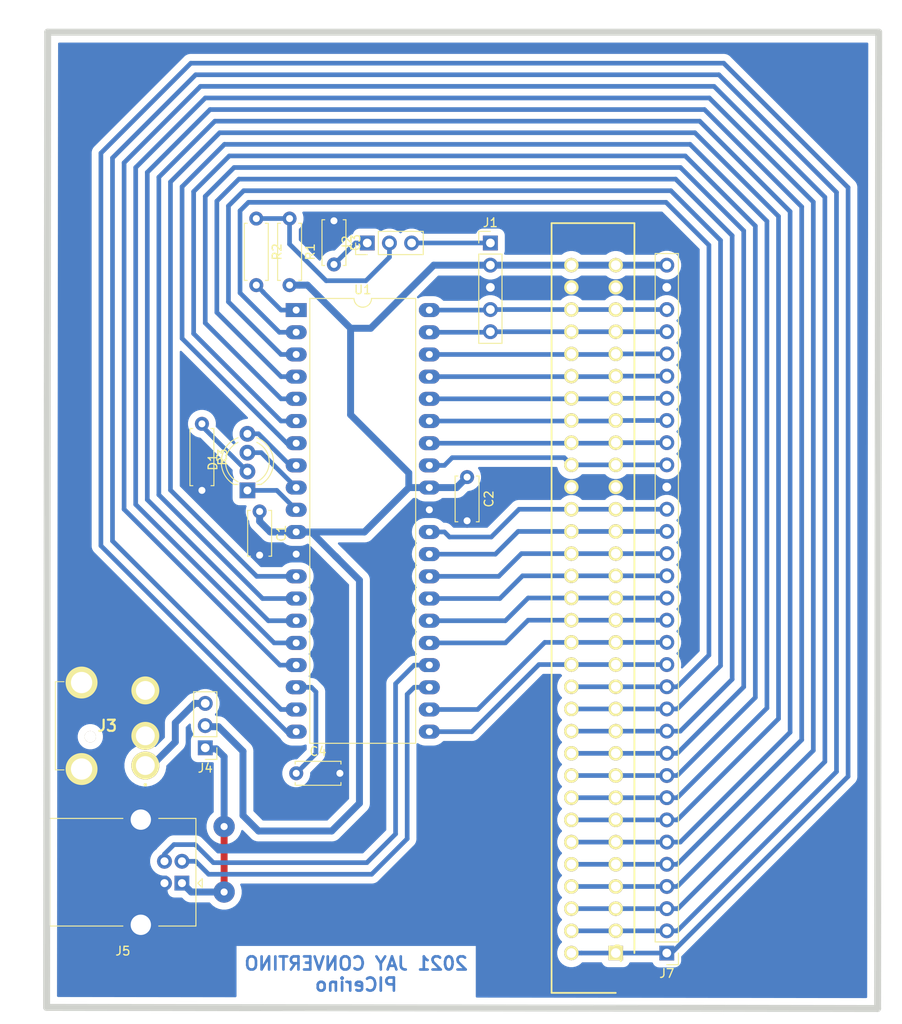
<source format=kicad_pcb>
(kicad_pcb (version 20171130) (host pcbnew 5.1.12-84ad8e8a86~92~ubuntu20.04.1)

  (general
    (thickness 1.6)
    (drawings 5)
    (tracks 299)
    (zones 0)
    (modules 16)
    (nets 45)
  )

  (page USLetter)
  (layers
    (0 F.Cu signal)
    (31 B.Cu signal)
    (32 B.Adhes user)
    (33 F.Adhes user)
    (34 B.Paste user)
    (35 F.Paste user)
    (36 B.SilkS user)
    (37 F.SilkS user)
    (38 B.Mask user)
    (39 F.Mask user)
    (40 Dwgs.User user)
    (41 Cmts.User user)
    (42 Eco1.User user)
    (43 Eco2.User user)
    (44 Edge.Cuts user)
    (45 Margin user)
    (46 B.CrtYd user)
    (47 F.CrtYd user)
    (48 B.Fab user)
    (49 F.Fab user)
  )

  (setup
    (last_trace_width 0.5334)
    (trace_clearance 0.79375)
    (zone_clearance 0.79375)
    (zone_45_only yes)
    (trace_min 0.2)
    (via_size 1.6256)
    (via_drill 0.5334)
    (via_min_size 0.4)
    (via_min_drill 0.3)
    (user_via 2.4384 0.8128)
    (uvia_size 0.3)
    (uvia_drill 0.1)
    (uvias_allowed no)
    (uvia_min_size 0.2)
    (uvia_min_drill 0.1)
    (edge_width 0.79375)
    (segment_width 0.2)
    (pcb_text_width 0.3)
    (pcb_text_size 1.5 1.5)
    (mod_edge_width 0.12)
    (mod_text_size 1 1)
    (mod_text_width 0.15)
    (pad_size 1.7 1.7)
    (pad_drill 0.92)
    (pad_to_mask_clearance 0.051)
    (solder_mask_min_width 0.25)
    (aux_axis_origin 104.902 152.527)
    (grid_origin 104.902 152.527)
    (visible_elements FFFFFF7F)
    (pcbplotparams
      (layerselection 0x01000_fffffffe)
      (usegerberextensions false)
      (usegerberattributes false)
      (usegerberadvancedattributes false)
      (creategerberjobfile false)
      (excludeedgelayer true)
      (linewidth 0.100000)
      (plotframeref false)
      (viasonmask false)
      (mode 1)
      (useauxorigin false)
      (hpglpennumber 1)
      (hpglpenspeed 20)
      (hpglpendiameter 15.000000)
      (psnegative false)
      (psa4output false)
      (plotreference true)
      (plotvalue true)
      (plotinvisibletext false)
      (padsonsilk false)
      (subtractmaskfromsilk false)
      (outputformat 1)
      (mirror false)
      (drillshape 0)
      (scaleselection 1)
      (outputdirectory "/media/jconvertino/TransferCAD/GERBER/PICerino/"))
  )

  (net 0 "")
  (net 1 GNDD)
  (net 2 VDD)
  (net 3 "Net-(C3-Pad2)")
  (net 4 /USB)
  (net 5 /PGC)
  (net 6 /PGD)
  (net 7 /nMCLR)
  (net 8 "Net-(J2-Pad2)")
  (net 9 "Net-(J4-Pad1)")
  (net 10 /+D)
  (net 11 /-D)
  (net 12 "Net-(J6-Pad28)")
  (net 13 "Net-(J6-Pad27)")
  (net 14 "Net-(J6-Pad26)")
  (net 15 "Net-(J6-Pad25)")
  (net 16 "Net-(J6-Pad24)")
  (net 17 "Net-(J6-Pad23)")
  (net 18 "Net-(J6-Pad21)")
  (net 19 "Net-(J6-Pad20)")
  (net 20 "Net-(J6-Pad19)")
  (net 21 "Net-(J6-Pad18)")
  (net 22 "Net-(J6-Pad17)")
  (net 23 "Net-(J6-Pad16)")
  (net 24 "Net-(J6-Pad15)")
  (net 25 "Net-(J6-Pad14)")
  (net 26 "Net-(R2-Pad2)")
  (net 27 /RA0)
  (net 28 /RA1)
  (net 29 /RA2)
  (net 30 /RA3)
  (net 31 /RA4)
  (net 32 /RA5)
  (net 33 /RA6)
  (net 34 /RA7)
  (net 35 /RC0)
  (net 36 /RC1)
  (net 37 /RC2)
  (net 38 /RD0)
  (net 39 /RD1)
  (net 40 "Net-(D1-Pad3)")
  (net 41 "Net-(D1-Pad2)")
  (net 42 "Net-(D1-Pad1)")
  (net 43 "Net-(D1-Pad4)")
  (net 44 "Net-(J3-Pad1)")

  (net_class Default "This is the default net class."
    (clearance 0.79375)
    (trace_width 0.5334)
    (via_dia 1.6256)
    (via_drill 0.5334)
    (uvia_dia 0.3)
    (uvia_drill 0.1)
    (add_net /PGC)
    (add_net /PGD)
    (add_net /RA0)
    (add_net /RA1)
    (add_net /RA2)
    (add_net /RA3)
    (add_net /RA4)
    (add_net /RA5)
    (add_net /RA6)
    (add_net /RA7)
    (add_net /RC0)
    (add_net /RC1)
    (add_net /RC2)
    (add_net /RD0)
    (add_net /RD1)
    (add_net /USB)
    (add_net /nMCLR)
    (add_net "Net-(C3-Pad2)")
    (add_net "Net-(J2-Pad2)")
    (add_net "Net-(J6-Pad14)")
    (add_net "Net-(J6-Pad15)")
    (add_net "Net-(J6-Pad16)")
    (add_net "Net-(J6-Pad17)")
    (add_net "Net-(J6-Pad18)")
    (add_net "Net-(J6-Pad19)")
    (add_net "Net-(J6-Pad20)")
    (add_net "Net-(J6-Pad21)")
    (add_net "Net-(J6-Pad23)")
    (add_net "Net-(J6-Pad24)")
    (add_net "Net-(J6-Pad25)")
    (add_net "Net-(J6-Pad26)")
    (add_net "Net-(J6-Pad27)")
    (add_net "Net-(J6-Pad28)")
    (add_net "Net-(R2-Pad2)")
  )

  (net_class LED_USB ""
    (clearance 0.3048)
    (trace_width 0.5334)
    (via_dia 1.6256)
    (via_drill 0.5588)
    (uvia_dia 0.3)
    (uvia_drill 0.1)
    (add_net /+D)
    (add_net /-D)
    (add_net "Net-(D1-Pad1)")
    (add_net "Net-(D1-Pad2)")
    (add_net "Net-(D1-Pad3)")
    (add_net "Net-(D1-Pad4)")
  )

  (net_class power ""
    (clearance 0.79375)
    (trace_width 0.79375)
    (via_dia 1.6256)
    (via_drill 0.5334)
    (uvia_dia 0.3)
    (uvia_drill 0.1)
    (add_net GNDD)
    (add_net "Net-(J3-Pad1)")
    (add_net "Net-(J4-Pad1)")
    (add_net VDD)
  )

  (module Connector_PinHeader_2.54mm:PinHeader_1x03_P2.54mm_Vertical (layer F.Cu) (tedit 59FED5CC) (tstamp 619C7FD9)
    (at 123.063 122.809 180)
    (descr "Through hole straight pin header, 1x03, 2.54mm pitch, single row")
    (tags "Through hole pin header THT 1x03 2.54mm single row")
    (path /61A47EB4)
    (fp_text reference J4 (at 0 -2.33) (layer F.SilkS)
      (effects (font (size 1 1) (thickness 0.15)))
    )
    (fp_text value Conn_01x03 (at 0 7.41) (layer F.Fab)
      (effects (font (size 1 1) (thickness 0.15)))
    )
    (fp_line (start -0.635 -1.27) (end 1.27 -1.27) (layer F.Fab) (width 0.1))
    (fp_line (start 1.27 -1.27) (end 1.27 6.35) (layer F.Fab) (width 0.1))
    (fp_line (start 1.27 6.35) (end -1.27 6.35) (layer F.Fab) (width 0.1))
    (fp_line (start -1.27 6.35) (end -1.27 -0.635) (layer F.Fab) (width 0.1))
    (fp_line (start -1.27 -0.635) (end -0.635 -1.27) (layer F.Fab) (width 0.1))
    (fp_line (start -1.33 6.41) (end 1.33 6.41) (layer F.SilkS) (width 0.12))
    (fp_line (start -1.33 1.27) (end -1.33 6.41) (layer F.SilkS) (width 0.12))
    (fp_line (start 1.33 1.27) (end 1.33 6.41) (layer F.SilkS) (width 0.12))
    (fp_line (start -1.33 1.27) (end 1.33 1.27) (layer F.SilkS) (width 0.12))
    (fp_line (start -1.33 0) (end -1.33 -1.33) (layer F.SilkS) (width 0.12))
    (fp_line (start -1.33 -1.33) (end 0 -1.33) (layer F.SilkS) (width 0.12))
    (fp_line (start -1.8 -1.8) (end -1.8 6.85) (layer F.CrtYd) (width 0.05))
    (fp_line (start -1.8 6.85) (end 1.8 6.85) (layer F.CrtYd) (width 0.05))
    (fp_line (start 1.8 6.85) (end 1.8 -1.8) (layer F.CrtYd) (width 0.05))
    (fp_line (start 1.8 -1.8) (end -1.8 -1.8) (layer F.CrtYd) (width 0.05))
    (fp_text user %R (at 0 2.54 90) (layer F.Fab)
      (effects (font (size 1 1) (thickness 0.15)))
    )
    (pad 3 thru_hole oval (at 0 5.08 180) (size 1.7 1.7) (drill 1) (layers *.Cu *.Mask)
      (net 44 "Net-(J3-Pad1)"))
    (pad 2 thru_hole oval (at 0 2.54 180) (size 1.7 1.7) (drill 1) (layers *.Cu *.Mask)
      (net 2 VDD))
    (pad 1 thru_hole rect (at 0 0 180) (size 1.7 1.7) (drill 1) (layers *.Cu *.Mask)
      (net 9 "Net-(J4-Pad1)"))
    (model ${KISYS3DMOD}/Connector_PinHeader_2.54mm.3dshapes/PinHeader_1x03_P2.54mm_Vertical.wrl
      (at (xyz 0 0 0))
      (scale (xyz 1 1 1))
      (rotate (xyz 0 0 0))
    )
  )

  (module Connector_PinHeader_2.54mm:PinHeader_1x03_P2.54mm_Vertical (layer F.Cu) (tedit 59FED5CC) (tstamp 619C804E)
    (at 141.605 65.024 90)
    (descr "Through hole straight pin header, 1x03, 2.54mm pitch, single row")
    (tags "Through hole pin header THT 1x03 2.54mm single row")
    (path /61B0268F)
    (fp_text reference J2 (at 0 -2.33 90) (layer F.SilkS)
      (effects (font (size 1 1) (thickness 0.15)))
    )
    (fp_text value Conn_01x03 (at 0 7.41 90) (layer F.Fab)
      (effects (font (size 1 1) (thickness 0.15)))
    )
    (fp_line (start -0.635 -1.27) (end 1.27 -1.27) (layer F.Fab) (width 0.1))
    (fp_line (start 1.27 -1.27) (end 1.27 6.35) (layer F.Fab) (width 0.1))
    (fp_line (start 1.27 6.35) (end -1.27 6.35) (layer F.Fab) (width 0.1))
    (fp_line (start -1.27 6.35) (end -1.27 -0.635) (layer F.Fab) (width 0.1))
    (fp_line (start -1.27 -0.635) (end -0.635 -1.27) (layer F.Fab) (width 0.1))
    (fp_line (start -1.33 6.41) (end 1.33 6.41) (layer F.SilkS) (width 0.12))
    (fp_line (start -1.33 1.27) (end -1.33 6.41) (layer F.SilkS) (width 0.12))
    (fp_line (start 1.33 1.27) (end 1.33 6.41) (layer F.SilkS) (width 0.12))
    (fp_line (start -1.33 1.27) (end 1.33 1.27) (layer F.SilkS) (width 0.12))
    (fp_line (start -1.33 0) (end -1.33 -1.33) (layer F.SilkS) (width 0.12))
    (fp_line (start -1.33 -1.33) (end 0 -1.33) (layer F.SilkS) (width 0.12))
    (fp_line (start -1.8 -1.8) (end -1.8 6.85) (layer F.CrtYd) (width 0.05))
    (fp_line (start -1.8 6.85) (end 1.8 6.85) (layer F.CrtYd) (width 0.05))
    (fp_line (start 1.8 6.85) (end 1.8 -1.8) (layer F.CrtYd) (width 0.05))
    (fp_line (start 1.8 -1.8) (end -1.8 -1.8) (layer F.CrtYd) (width 0.05))
    (fp_text user %R (at 0 2.54) (layer F.Fab)
      (effects (font (size 1 1) (thickness 0.15)))
    )
    (pad 3 thru_hole oval (at 0 5.08 90) (size 1.7 1.7) (drill 1) (layers *.Cu *.Mask)
      (net 7 /nMCLR))
    (pad 2 thru_hole oval (at 0 2.54 90) (size 1.7 1.7) (drill 1) (layers *.Cu *.Mask)
      (net 8 "Net-(J2-Pad2)"))
    (pad 1 thru_hole rect (at 0 0 90) (size 1.7 1.7) (drill 1) (layers *.Cu *.Mask)
      (net 3 "Net-(C3-Pad2)"))
    (model ${KISYS3DMOD}/Connector_PinHeader_2.54mm.3dshapes/PinHeader_1x03_P2.54mm_Vertical.wrl
      (at (xyz 0 0 0))
      (scale (xyz 1 1 1))
      (rotate (xyz 0 0 0))
    )
  )

  (module Connector_PinHeader_2.54mm:PinHeader_1x05_P2.54mm_Vertical (layer F.Cu) (tedit 59FED5CC) (tstamp 619C7D98)
    (at 155.702 65.024)
    (descr "Through hole straight pin header, 1x05, 2.54mm pitch, single row")
    (tags "Through hole pin header THT 1x05 2.54mm single row")
    (path /61AC2B3B)
    (fp_text reference J1 (at 0 -2.33) (layer F.SilkS)
      (effects (font (size 1 1) (thickness 0.15)))
    )
    (fp_text value Conn_01x05 (at 0 12.49) (layer F.Fab)
      (effects (font (size 1 1) (thickness 0.15)))
    )
    (fp_line (start -0.635 -1.27) (end 1.27 -1.27) (layer F.Fab) (width 0.1))
    (fp_line (start 1.27 -1.27) (end 1.27 11.43) (layer F.Fab) (width 0.1))
    (fp_line (start 1.27 11.43) (end -1.27 11.43) (layer F.Fab) (width 0.1))
    (fp_line (start -1.27 11.43) (end -1.27 -0.635) (layer F.Fab) (width 0.1))
    (fp_line (start -1.27 -0.635) (end -0.635 -1.27) (layer F.Fab) (width 0.1))
    (fp_line (start -1.33 11.49) (end 1.33 11.49) (layer F.SilkS) (width 0.12))
    (fp_line (start -1.33 1.27) (end -1.33 11.49) (layer F.SilkS) (width 0.12))
    (fp_line (start 1.33 1.27) (end 1.33 11.49) (layer F.SilkS) (width 0.12))
    (fp_line (start -1.33 1.27) (end 1.33 1.27) (layer F.SilkS) (width 0.12))
    (fp_line (start -1.33 0) (end -1.33 -1.33) (layer F.SilkS) (width 0.12))
    (fp_line (start -1.33 -1.33) (end 0 -1.33) (layer F.SilkS) (width 0.12))
    (fp_line (start -1.8 -1.8) (end -1.8 11.95) (layer F.CrtYd) (width 0.05))
    (fp_line (start -1.8 11.95) (end 1.8 11.95) (layer F.CrtYd) (width 0.05))
    (fp_line (start 1.8 11.95) (end 1.8 -1.8) (layer F.CrtYd) (width 0.05))
    (fp_line (start 1.8 -1.8) (end -1.8 -1.8) (layer F.CrtYd) (width 0.05))
    (fp_text user %R (at 0 5.08 90) (layer F.Fab)
      (effects (font (size 1 1) (thickness 0.15)))
    )
    (pad 5 thru_hole oval (at 0 10.16) (size 1.7 1.7) (drill 1) (layers *.Cu *.Mask)
      (net 5 /PGC))
    (pad 4 thru_hole oval (at 0 7.62) (size 1.7 1.7) (drill 1) (layers *.Cu *.Mask)
      (net 6 /PGD))
    (pad 3 thru_hole oval (at 0 5.08) (size 1.7 1.7) (drill 1) (layers *.Cu *.Mask)
      (net 1 GNDD))
    (pad 2 thru_hole oval (at 0 2.54) (size 1.7 1.7) (drill 1) (layers *.Cu *.Mask)
      (net 2 VDD))
    (pad 1 thru_hole rect (at 0 0) (size 1.7 1.7) (drill 1) (layers *.Cu *.Mask)
      (net 7 /nMCLR))
    (model ${KISYS3DMOD}/Connector_PinHeader_2.54mm.3dshapes/PinHeader_1x05_P2.54mm_Vertical.wrl
      (at (xyz 0 0 0))
      (scale (xyz 1 1 1))
      (rotate (xyz 0 0 0))
    )
  )

  (module Resistor_THT:R_Axial_DIN0207_L6.3mm_D2.5mm_P7.62mm_Horizontal (layer F.Cu) (tedit 5AE5139B) (tstamp 619E6A15)
    (at 122.682 85.725 270)
    (descr "Resistor, Axial_DIN0207 series, Axial, Horizontal, pin pitch=7.62mm, 0.25W = 1/4W, length*diameter=6.3*2.5mm^2, http://cdn-reichelt.de/documents/datenblatt/B400/1_4W%23YAG.pdf")
    (tags "Resistor Axial_DIN0207 series Axial Horizontal pin pitch 7.62mm 0.25W = 1/4W length 6.3mm diameter 2.5mm")
    (path /61A84DE0)
    (fp_text reference R3 (at 3.81 -2.37 90) (layer F.SilkS)
      (effects (font (size 1 1) (thickness 0.15)))
    )
    (fp_text value 560R (at 3.81 2.37 90) (layer F.Fab)
      (effects (font (size 1 1) (thickness 0.15)))
    )
    (fp_line (start 8.67 -1.5) (end -1.05 -1.5) (layer F.CrtYd) (width 0.05))
    (fp_line (start 8.67 1.5) (end 8.67 -1.5) (layer F.CrtYd) (width 0.05))
    (fp_line (start -1.05 1.5) (end 8.67 1.5) (layer F.CrtYd) (width 0.05))
    (fp_line (start -1.05 -1.5) (end -1.05 1.5) (layer F.CrtYd) (width 0.05))
    (fp_line (start 7.08 1.37) (end 7.08 1.04) (layer F.SilkS) (width 0.12))
    (fp_line (start 0.54 1.37) (end 7.08 1.37) (layer F.SilkS) (width 0.12))
    (fp_line (start 0.54 1.04) (end 0.54 1.37) (layer F.SilkS) (width 0.12))
    (fp_line (start 7.08 -1.37) (end 7.08 -1.04) (layer F.SilkS) (width 0.12))
    (fp_line (start 0.54 -1.37) (end 7.08 -1.37) (layer F.SilkS) (width 0.12))
    (fp_line (start 0.54 -1.04) (end 0.54 -1.37) (layer F.SilkS) (width 0.12))
    (fp_line (start 7.62 0) (end 6.96 0) (layer F.Fab) (width 0.1))
    (fp_line (start 0 0) (end 0.66 0) (layer F.Fab) (width 0.1))
    (fp_line (start 6.96 -1.25) (end 0.66 -1.25) (layer F.Fab) (width 0.1))
    (fp_line (start 6.96 1.25) (end 6.96 -1.25) (layer F.Fab) (width 0.1))
    (fp_line (start 0.66 1.25) (end 6.96 1.25) (layer F.Fab) (width 0.1))
    (fp_line (start 0.66 -1.25) (end 0.66 1.25) (layer F.Fab) (width 0.1))
    (fp_text user %R (at 3.81 0 90) (layer F.Fab)
      (effects (font (size 1 1) (thickness 0.15)))
    )
    (pad 2 thru_hole oval (at 7.62 0 270) (size 1.6 1.6) (drill 0.8) (layers *.Cu *.Mask)
      (net 1 GNDD))
    (pad 1 thru_hole circle (at 0 0 270) (size 1.6 1.6) (drill 0.8) (layers *.Cu *.Mask)
      (net 41 "Net-(D1-Pad2)"))
    (model ${KISYS3DMOD}/Resistor_THT.3dshapes/R_Axial_DIN0207_L6.3mm_D2.5mm_P7.62mm_Horizontal.wrl
      (at (xyz 0 0 0))
      (scale (xyz 1 1 1))
      (rotate (xyz 0 0 0))
    )
  )

  (module Connector_PinHeader_2.54mm:PinHeader_1x32_P2.54mm_Vertical (layer F.Cu) (tedit 59FED5CC) (tstamp 619E567C)
    (at 175.895 146.304 180)
    (descr "Through hole straight pin header, 1x32, 2.54mm pitch, single row")
    (tags "Through hole pin header THT 1x32 2.54mm single row")
    (path /619E891C)
    (fp_text reference J7 (at 0 -2.33) (layer F.SilkS)
      (effects (font (size 1 1) (thickness 0.15)))
    )
    (fp_text value Conn_01x32 (at 0 81.07) (layer F.Fab)
      (effects (font (size 1 1) (thickness 0.15)))
    )
    (fp_line (start 1.8 -1.8) (end -1.8 -1.8) (layer F.CrtYd) (width 0.05))
    (fp_line (start 1.8 80.55) (end 1.8 -1.8) (layer F.CrtYd) (width 0.05))
    (fp_line (start -1.8 80.55) (end 1.8 80.55) (layer F.CrtYd) (width 0.05))
    (fp_line (start -1.8 -1.8) (end -1.8 80.55) (layer F.CrtYd) (width 0.05))
    (fp_line (start -1.33 -1.33) (end 0 -1.33) (layer F.SilkS) (width 0.12))
    (fp_line (start -1.33 0) (end -1.33 -1.33) (layer F.SilkS) (width 0.12))
    (fp_line (start -1.33 1.27) (end 1.33 1.27) (layer F.SilkS) (width 0.12))
    (fp_line (start 1.33 1.27) (end 1.33 80.07) (layer F.SilkS) (width 0.12))
    (fp_line (start -1.33 1.27) (end -1.33 80.07) (layer F.SilkS) (width 0.12))
    (fp_line (start -1.33 80.07) (end 1.33 80.07) (layer F.SilkS) (width 0.12))
    (fp_line (start -1.27 -0.635) (end -0.635 -1.27) (layer F.Fab) (width 0.1))
    (fp_line (start -1.27 80.01) (end -1.27 -0.635) (layer F.Fab) (width 0.1))
    (fp_line (start 1.27 80.01) (end -1.27 80.01) (layer F.Fab) (width 0.1))
    (fp_line (start 1.27 -1.27) (end 1.27 80.01) (layer F.Fab) (width 0.1))
    (fp_line (start -0.635 -1.27) (end 1.27 -1.27) (layer F.Fab) (width 0.1))
    (fp_text user %R (at 0 39.37 90) (layer F.Fab)
      (effects (font (size 1 1) (thickness 0.15)))
    )
    (pad 32 thru_hole oval (at 0 78.74 180) (size 1.7 1.7) (drill 1) (layers *.Cu *.Mask)
      (net 2 VDD))
    (pad 31 thru_hole oval (at 0 76.2 180) (size 1.7 1.7) (drill 1) (layers *.Cu *.Mask)
      (net 1 GNDD))
    (pad 30 thru_hole oval (at 0 73.66 180) (size 1.7 1.7) (drill 1) (layers *.Cu *.Mask)
      (net 6 /PGD))
    (pad 29 thru_hole oval (at 0 71.12 180) (size 1.7 1.7) (drill 1) (layers *.Cu *.Mask)
      (net 5 /PGC))
    (pad 28 thru_hole oval (at 0 68.58 180) (size 1.7 1.7) (drill 1) (layers *.Cu *.Mask)
      (net 12 "Net-(J6-Pad28)"))
    (pad 27 thru_hole oval (at 0 66.04 180) (size 1.7 1.7) (drill 1) (layers *.Cu *.Mask)
      (net 13 "Net-(J6-Pad27)"))
    (pad 26 thru_hole oval (at 0 63.5 180) (size 1.7 1.7) (drill 1) (layers *.Cu *.Mask)
      (net 14 "Net-(J6-Pad26)"))
    (pad 25 thru_hole oval (at 0 60.96 180) (size 1.7 1.7) (drill 1) (layers *.Cu *.Mask)
      (net 15 "Net-(J6-Pad25)"))
    (pad 24 thru_hole oval (at 0 58.42 180) (size 1.7 1.7) (drill 1) (layers *.Cu *.Mask)
      (net 16 "Net-(J6-Pad24)"))
    (pad 23 thru_hole oval (at 0 55.88 180) (size 1.7 1.7) (drill 1) (layers *.Cu *.Mask)
      (net 17 "Net-(J6-Pad23)"))
    (pad 22 thru_hole oval (at 0 53.34 180) (size 1.7 1.7) (drill 1) (layers *.Cu *.Mask)
      (net 1 GNDD))
    (pad 21 thru_hole oval (at 0 50.8 180) (size 1.7 1.7) (drill 1) (layers *.Cu *.Mask)
      (net 18 "Net-(J6-Pad21)"))
    (pad 20 thru_hole oval (at 0 48.26 180) (size 1.7 1.7) (drill 1) (layers *.Cu *.Mask)
      (net 19 "Net-(J6-Pad20)"))
    (pad 19 thru_hole oval (at 0 45.72 180) (size 1.7 1.7) (drill 1) (layers *.Cu *.Mask)
      (net 20 "Net-(J6-Pad19)"))
    (pad 18 thru_hole oval (at 0 43.18 180) (size 1.7 1.7) (drill 1) (layers *.Cu *.Mask)
      (net 21 "Net-(J6-Pad18)"))
    (pad 17 thru_hole oval (at 0 40.64 180) (size 1.7 1.7) (drill 1) (layers *.Cu *.Mask)
      (net 22 "Net-(J6-Pad17)"))
    (pad 16 thru_hole oval (at 0 38.1 180) (size 1.7 1.7) (drill 1) (layers *.Cu *.Mask)
      (net 23 "Net-(J6-Pad16)"))
    (pad 15 thru_hole oval (at 0 35.56 180) (size 1.7 1.7) (drill 1) (layers *.Cu *.Mask)
      (net 24 "Net-(J6-Pad15)"))
    (pad 14 thru_hole oval (at 0 33.02 180) (size 1.7 1.7) (drill 1) (layers *.Cu *.Mask)
      (net 25 "Net-(J6-Pad14)"))
    (pad 13 thru_hole oval (at 0 30.48 180) (size 1.7 1.7) (drill 1) (layers *.Cu *.Mask)
      (net 27 /RA0))
    (pad 12 thru_hole oval (at 0 27.94 180) (size 1.7 1.7) (drill 1) (layers *.Cu *.Mask)
      (net 28 /RA1))
    (pad 11 thru_hole oval (at 0 25.4 180) (size 1.7 1.7) (drill 1) (layers *.Cu *.Mask)
      (net 29 /RA2))
    (pad 10 thru_hole oval (at 0 22.86 180) (size 1.7 1.7) (drill 1) (layers *.Cu *.Mask)
      (net 30 /RA3))
    (pad 9 thru_hole oval (at 0 20.32 180) (size 1.7 1.7) (drill 1) (layers *.Cu *.Mask)
      (net 31 /RA4))
    (pad 8 thru_hole oval (at 0 17.78 180) (size 1.7 1.7) (drill 1) (layers *.Cu *.Mask)
      (net 32 /RA5))
    (pad 7 thru_hole oval (at 0 15.24 180) (size 1.7 1.7) (drill 1) (layers *.Cu *.Mask)
      (net 34 /RA7))
    (pad 6 thru_hole oval (at 0 12.7 180) (size 1.7 1.7) (drill 1) (layers *.Cu *.Mask)
      (net 33 /RA6))
    (pad 5 thru_hole oval (at 0 10.16 180) (size 1.7 1.7) (drill 1) (layers *.Cu *.Mask)
      (net 35 /RC0))
    (pad 4 thru_hole oval (at 0 7.62 180) (size 1.7 1.7) (drill 1) (layers *.Cu *.Mask)
      (net 36 /RC1))
    (pad 3 thru_hole oval (at 0 5.08 180) (size 1.7 1.7) (drill 1) (layers *.Cu *.Mask)
      (net 37 /RC2))
    (pad 2 thru_hole oval (at 0 2.54 180) (size 1.7 1.7) (drill 1) (layers *.Cu *.Mask)
      (net 38 /RD0))
    (pad 1 thru_hole rect (at 0 0 180) (size 1.7 1.7) (drill 1) (layers *.Cu *.Mask)
      (net 39 /RD1))
    (model ${KISYS3DMOD}/Connector_PinHeader_2.54mm.3dshapes/PinHeader_1x32_P2.54mm_Vertical.wrl
      (at (xyz 0 0 0))
      (scale (xyz 1 1 1))
      (rotate (xyz 0 0 0))
    )
  )

  (module Resistor_THT:R_Axial_DIN0207_L6.3mm_D2.5mm_P7.62mm_Horizontal (layer F.Cu) (tedit 5AE5139B) (tstamp 619C7F08)
    (at 132.715 62.23 270)
    (descr "Resistor, Axial_DIN0207 series, Axial, Horizontal, pin pitch=7.62mm, 0.25W = 1/4W, length*diameter=6.3*2.5mm^2, http://cdn-reichelt.de/documents/datenblatt/B400/1_4W%23YAG.pdf")
    (tags "Resistor Axial_DIN0207 series Axial Horizontal pin pitch 7.62mm 0.25W = 1/4W length 6.3mm diameter 2.5mm")
    (path /6196556C)
    (fp_text reference R1 (at 3.81 -2.37 90) (layer F.SilkS)
      (effects (font (size 1 1) (thickness 0.15)))
    )
    (fp_text value 10k (at 3.81 2.37 90) (layer F.Fab)
      (effects (font (size 1 1) (thickness 0.15)))
    )
    (fp_line (start 8.67 -1.5) (end -1.05 -1.5) (layer F.CrtYd) (width 0.05))
    (fp_line (start 8.67 1.5) (end 8.67 -1.5) (layer F.CrtYd) (width 0.05))
    (fp_line (start -1.05 1.5) (end 8.67 1.5) (layer F.CrtYd) (width 0.05))
    (fp_line (start -1.05 -1.5) (end -1.05 1.5) (layer F.CrtYd) (width 0.05))
    (fp_line (start 7.08 1.37) (end 7.08 1.04) (layer F.SilkS) (width 0.12))
    (fp_line (start 0.54 1.37) (end 7.08 1.37) (layer F.SilkS) (width 0.12))
    (fp_line (start 0.54 1.04) (end 0.54 1.37) (layer F.SilkS) (width 0.12))
    (fp_line (start 7.08 -1.37) (end 7.08 -1.04) (layer F.SilkS) (width 0.12))
    (fp_line (start 0.54 -1.37) (end 7.08 -1.37) (layer F.SilkS) (width 0.12))
    (fp_line (start 0.54 -1.04) (end 0.54 -1.37) (layer F.SilkS) (width 0.12))
    (fp_line (start 7.62 0) (end 6.96 0) (layer F.Fab) (width 0.1))
    (fp_line (start 0 0) (end 0.66 0) (layer F.Fab) (width 0.1))
    (fp_line (start 6.96 -1.25) (end 0.66 -1.25) (layer F.Fab) (width 0.1))
    (fp_line (start 6.96 1.25) (end 6.96 -1.25) (layer F.Fab) (width 0.1))
    (fp_line (start 0.66 1.25) (end 6.96 1.25) (layer F.Fab) (width 0.1))
    (fp_line (start 0.66 -1.25) (end 0.66 1.25) (layer F.Fab) (width 0.1))
    (fp_text user %R (at 3.81 0 90) (layer F.Fab)
      (effects (font (size 1 1) (thickness 0.15)))
    )
    (pad 2 thru_hole oval (at 7.62 0 270) (size 1.6 1.6) (drill 0.8) (layers *.Cu *.Mask)
      (net 2 VDD))
    (pad 1 thru_hole circle (at 0 0 270) (size 1.6 1.6) (drill 0.8) (layers *.Cu *.Mask)
      (net 8 "Net-(J2-Pad2)"))
    (model ${KISYS3DMOD}/Resistor_THT.3dshapes/R_Axial_DIN0207_L6.3mm_D2.5mm_P7.62mm_Horizontal.wrl
      (at (xyz 0 0 0))
      (scale (xyz 1 1 1))
      (rotate (xyz 0 0 0))
    )
  )

  (module LED_THT:LED_D5.0mm-4_RGB_Wide_Pins (layer F.Cu) (tedit 619D0A8B) (tstamp 619D3306)
    (at 127.889 93.345 90)
    (descr "LED, diameter 5.0mm, 2 pins, diameter 5.0mm, 3 pins, diameter 5.0mm, 4 pins, http://www.kingbright.com/attachments/file/psearch/000/00/00/L-154A4SUREQBFZGEW(Ver.9A).pdf")
    (tags "LED diameter 5.0mm 2 pins diameter 5.0mm 3 pins diameter 5.0mm 4 pins RGB RGBLED")
    (path /61C90E34)
    (fp_text reference D1 (at 3.2385 -3.96 90) (layer F.SilkS)
      (effects (font (size 1 1) (thickness 0.15)))
    )
    (fp_text value LED_RCGB (at 3.2385 3.96 90) (layer F.Fab)
      (effects (font (size 1 1) (thickness 0.15)))
    )
    (fp_line (start 7.56 -3.25) (end -1.08 -3.25) (layer F.CrtYd) (width 0.05))
    (fp_line (start 7.56 3.25) (end 7.56 -3.25) (layer F.CrtYd) (width 0.05))
    (fp_line (start -1.08 3.25) (end 7.56 3.25) (layer F.CrtYd) (width 0.05))
    (fp_line (start -1.08 -3.25) (end -1.08 3.25) (layer F.CrtYd) (width 0.05))
    (fp_line (start 0.6785 1.08) (end 0.6785 1.545) (layer F.SilkS) (width 0.12))
    (fp_line (start 0.6785 -1.545) (end 0.6785 -1.08) (layer F.SilkS) (width 0.12))
    (fp_line (start 0.7385 -1.469694) (end 0.7385 1.469694) (layer F.Fab) (width 0.1))
    (fp_circle (center 3.2385 0) (end 5.7385 0) (layer F.Fab) (width 0.1))
    (fp_text user %R (at 3.2385 -3.96 90) (layer F.Fab)
      (effects (font (size 1 1) (thickness 0.15)))
    )
    (fp_arc (start 3.2385 0) (end 0.983816 1.08) (angle -128.8) (layer F.SilkS) (width 0.12))
    (fp_arc (start 3.2385 0) (end 0.983816 -1.08) (angle 128.8) (layer F.SilkS) (width 0.12))
    (fp_arc (start 3.2385 0) (end 0.6785 1.54483) (angle -127.7) (layer F.SilkS) (width 0.12))
    (fp_arc (start 3.2385 0) (end 0.6785 -1.54483) (angle 127.7) (layer F.SilkS) (width 0.12))
    (fp_arc (start 3.2385 0) (end 0.7385 -1.469694) (angle 299.1) (layer F.Fab) (width 0.1))
    (pad 4 thru_hole circle (at 6.477 0 90) (size 1.8 1.8) (drill 0.9) (layers *.Cu *.Mask)
      (net 43 "Net-(D1-Pad4)") (clearance 0.3048))
    (pad 3 thru_hole circle (at 4.318 0 90) (size 1.8 1.8) (drill 0.9) (layers *.Cu *.Mask)
      (net 40 "Net-(D1-Pad3)"))
    (pad 2 thru_hole circle (at 2.159 0 90) (size 1.8 1.8) (drill 0.9) (layers *.Cu *.Mask)
      (net 41 "Net-(D1-Pad2)"))
    (pad 1 thru_hole rect (at 0 0 90) (size 1.8 1.8) (drill 0.9) (layers *.Cu *.Mask)
      (net 42 "Net-(D1-Pad1)"))
    (model ${KISYS3DMOD}/LED_THT.3dshapes/LED_D5.0mm-4_RGB_Wide_Pins.wrl
      (at (xyz 0 0 0))
      (scale (xyz 1 1 1))
      (rotate (xyz 0 0 0))
    )
  )

  (module Package_DIP:DIP-40_W15.24mm_LongPads (layer F.Cu) (tedit 5A02E8C5) (tstamp 619C784A)
    (at 133.473 72.705)
    (descr "40-lead though-hole mounted DIP package, row spacing 15.24 mm (600 mils), LongPads")
    (tags "THT DIP DIL PDIP 2.54mm 15.24mm 600mil LongPads")
    (path /6195995C)
    (fp_text reference U1 (at 7.62 -2.33) (layer F.SilkS)
      (effects (font (size 1 1) (thickness 0.15)))
    )
    (fp_text value PIC18LF45K50-I_P (at 7.62 50.59) (layer F.Fab)
      (effects (font (size 1 1) (thickness 0.15)))
    )
    (fp_line (start 16.7 -1.55) (end -1.5 -1.55) (layer F.CrtYd) (width 0.05))
    (fp_line (start 16.7 49.8) (end 16.7 -1.55) (layer F.CrtYd) (width 0.05))
    (fp_line (start -1.5 49.8) (end 16.7 49.8) (layer F.CrtYd) (width 0.05))
    (fp_line (start -1.5 -1.55) (end -1.5 49.8) (layer F.CrtYd) (width 0.05))
    (fp_line (start 13.68 -1.33) (end 8.62 -1.33) (layer F.SilkS) (width 0.12))
    (fp_line (start 13.68 49.59) (end 13.68 -1.33) (layer F.SilkS) (width 0.12))
    (fp_line (start 1.56 49.59) (end 13.68 49.59) (layer F.SilkS) (width 0.12))
    (fp_line (start 1.56 -1.33) (end 1.56 49.59) (layer F.SilkS) (width 0.12))
    (fp_line (start 6.62 -1.33) (end 1.56 -1.33) (layer F.SilkS) (width 0.12))
    (fp_line (start 0.255 -0.27) (end 1.255 -1.27) (layer F.Fab) (width 0.1))
    (fp_line (start 0.255 49.53) (end 0.255 -0.27) (layer F.Fab) (width 0.1))
    (fp_line (start 14.985 49.53) (end 0.255 49.53) (layer F.Fab) (width 0.1))
    (fp_line (start 14.985 -1.27) (end 14.985 49.53) (layer F.Fab) (width 0.1))
    (fp_line (start 1.255 -1.27) (end 14.985 -1.27) (layer F.Fab) (width 0.1))
    (fp_text user %R (at 7.62 24.13) (layer F.Fab)
      (effects (font (size 1 1) (thickness 0.15)))
    )
    (fp_arc (start 7.62 -1.33) (end 6.62 -1.33) (angle -180) (layer F.SilkS) (width 0.12))
    (pad 40 thru_hole oval (at 15.24 0) (size 2.4 1.6) (drill 0.8) (layers *.Cu *.Mask)
      (net 6 /PGD))
    (pad 20 thru_hole oval (at 0 48.26) (size 2.4 1.6) (drill 0.8) (layers *.Cu *.Mask)
      (net 39 /RD1))
    (pad 39 thru_hole oval (at 15.24 2.54) (size 2.4 1.6) (drill 0.8) (layers *.Cu *.Mask)
      (net 5 /PGC))
    (pad 19 thru_hole oval (at 0 45.72) (size 2.4 1.6) (drill 0.8) (layers *.Cu *.Mask)
      (net 38 /RD0))
    (pad 38 thru_hole oval (at 15.24 5.08) (size 2.4 1.6) (drill 0.8) (layers *.Cu *.Mask)
      (net 12 "Net-(J6-Pad28)"))
    (pad 18 thru_hole oval (at 0 43.18) (size 2.4 1.6) (drill 0.8) (layers *.Cu *.Mask)
      (net 4 /USB))
    (pad 37 thru_hole oval (at 15.24 7.62) (size 2.4 1.6) (drill 0.8) (layers *.Cu *.Mask)
      (net 13 "Net-(J6-Pad27)"))
    (pad 17 thru_hole oval (at 0 40.64) (size 2.4 1.6) (drill 0.8) (layers *.Cu *.Mask)
      (net 37 /RC2))
    (pad 36 thru_hole oval (at 15.24 10.16) (size 2.4 1.6) (drill 0.8) (layers *.Cu *.Mask)
      (net 14 "Net-(J6-Pad26)"))
    (pad 16 thru_hole oval (at 0 38.1) (size 2.4 1.6) (drill 0.8) (layers *.Cu *.Mask)
      (net 36 /RC1))
    (pad 35 thru_hole oval (at 15.24 12.7) (size 2.4 1.6) (drill 0.8) (layers *.Cu *.Mask)
      (net 15 "Net-(J6-Pad25)"))
    (pad 15 thru_hole oval (at 0 35.56) (size 2.4 1.6) (drill 0.8) (layers *.Cu *.Mask)
      (net 35 /RC0))
    (pad 34 thru_hole oval (at 15.24 15.24) (size 2.4 1.6) (drill 0.8) (layers *.Cu *.Mask)
      (net 16 "Net-(J6-Pad24)"))
    (pad 14 thru_hole oval (at 0 33.02) (size 2.4 1.6) (drill 0.8) (layers *.Cu *.Mask)
      (net 33 /RA6))
    (pad 33 thru_hole oval (at 15.24 17.78) (size 2.4 1.6) (drill 0.8) (layers *.Cu *.Mask)
      (net 17 "Net-(J6-Pad23)"))
    (pad 13 thru_hole oval (at 0 30.48) (size 2.4 1.6) (drill 0.8) (layers *.Cu *.Mask)
      (net 34 /RA7))
    (pad 32 thru_hole oval (at 15.24 20.32) (size 2.4 1.6) (drill 0.8) (layers *.Cu *.Mask)
      (net 2 VDD))
    (pad 12 thru_hole oval (at 0 27.94) (size 2.4 1.6) (drill 0.8) (layers *.Cu *.Mask)
      (net 1 GNDD))
    (pad 31 thru_hole oval (at 15.24 22.86) (size 2.4 1.6) (drill 0.8) (layers *.Cu *.Mask)
      (net 1 GNDD))
    (pad 11 thru_hole oval (at 0 25.4) (size 2.4 1.6) (drill 0.8) (layers *.Cu *.Mask)
      (net 2 VDD))
    (pad 30 thru_hole oval (at 15.24 25.4) (size 2.4 1.6) (drill 0.8) (layers *.Cu *.Mask)
      (net 18 "Net-(J6-Pad21)"))
    (pad 10 thru_hole oval (at 0 22.86) (size 2.4 1.6) (drill 0.8) (layers *.Cu *.Mask)
      (net 42 "Net-(D1-Pad1)"))
    (pad 29 thru_hole oval (at 15.24 27.94) (size 2.4 1.6) (drill 0.8) (layers *.Cu *.Mask)
      (net 19 "Net-(J6-Pad20)"))
    (pad 9 thru_hole oval (at 0 20.32) (size 2.4 1.6) (drill 0.8) (layers *.Cu *.Mask)
      (net 40 "Net-(D1-Pad3)"))
    (pad 28 thru_hole oval (at 15.24 30.48) (size 2.4 1.6) (drill 0.8) (layers *.Cu *.Mask)
      (net 20 "Net-(J6-Pad19)"))
    (pad 8 thru_hole oval (at 0 17.78) (size 2.4 1.6) (drill 0.8) (layers *.Cu *.Mask)
      (net 43 "Net-(D1-Pad4)"))
    (pad 27 thru_hole oval (at 15.24 33.02) (size 2.4 1.6) (drill 0.8) (layers *.Cu *.Mask)
      (net 21 "Net-(J6-Pad18)"))
    (pad 7 thru_hole oval (at 0 15.24) (size 2.4 1.6) (drill 0.8) (layers *.Cu *.Mask)
      (net 32 /RA5))
    (pad 26 thru_hole oval (at 15.24 35.56) (size 2.4 1.6) (drill 0.8) (layers *.Cu *.Mask)
      (net 22 "Net-(J6-Pad17)"))
    (pad 6 thru_hole oval (at 0 12.7) (size 2.4 1.6) (drill 0.8) (layers *.Cu *.Mask)
      (net 31 /RA4))
    (pad 25 thru_hole oval (at 15.24 38.1) (size 2.4 1.6) (drill 0.8) (layers *.Cu *.Mask)
      (net 23 "Net-(J6-Pad16)"))
    (pad 5 thru_hole oval (at 0 10.16) (size 2.4 1.6) (drill 0.8) (layers *.Cu *.Mask)
      (net 30 /RA3))
    (pad 24 thru_hole oval (at 15.24 40.64) (size 2.4 1.6) (drill 0.8) (layers *.Cu *.Mask)
      (net 10 /+D))
    (pad 4 thru_hole oval (at 0 7.62) (size 2.4 1.6) (drill 0.8) (layers *.Cu *.Mask)
      (net 29 /RA2))
    (pad 23 thru_hole oval (at 15.24 43.18) (size 2.4 1.6) (drill 0.8) (layers *.Cu *.Mask)
      (net 11 /-D))
    (pad 3 thru_hole oval (at 0 5.08) (size 2.4 1.6) (drill 0.8) (layers *.Cu *.Mask)
      (net 28 /RA1))
    (pad 22 thru_hole oval (at 15.24 45.72) (size 2.4 1.6) (drill 0.8) (layers *.Cu *.Mask)
      (net 24 "Net-(J6-Pad15)"))
    (pad 2 thru_hole oval (at 0 2.54) (size 2.4 1.6) (drill 0.8) (layers *.Cu *.Mask)
      (net 27 /RA0))
    (pad 21 thru_hole oval (at 15.24 48.26) (size 2.4 1.6) (drill 0.8) (layers *.Cu *.Mask)
      (net 25 "Net-(J6-Pad14)"))
    (pad 1 thru_hole rect (at 0 0) (size 2.4 1.6) (drill 0.8) (layers *.Cu *.Mask)
      (net 26 "Net-(R2-Pad2)"))
    (model ${KISYS3DMOD}/Package_DIP.3dshapes/DIP-40_W15.24mm.wrl
      (at (xyz 0 0 0))
      (scale (xyz 1 1 1))
      (rotate (xyz 0 0 0))
    )
  )

  (module Resistor_THT:R_Axial_DIN0207_L6.3mm_D2.5mm_P7.62mm_Horizontal (layer F.Cu) (tedit 5AE5139B) (tstamp 619C7F4A)
    (at 128.905 62.23 270)
    (descr "Resistor, Axial_DIN0207 series, Axial, Horizontal, pin pitch=7.62mm, 0.25W = 1/4W, length*diameter=6.3*2.5mm^2, http://cdn-reichelt.de/documents/datenblatt/B400/1_4W%23YAG.pdf")
    (tags "Resistor Axial_DIN0207 series Axial Horizontal pin pitch 7.62mm 0.25W = 1/4W length 6.3mm diameter 2.5mm")
    (path /619658E1)
    (fp_text reference R2 (at 3.81 -2.37 90) (layer F.SilkS)
      (effects (font (size 1 1) (thickness 0.15)))
    )
    (fp_text value 220R (at 3.81 2.37 90) (layer F.Fab)
      (effects (font (size 1 1) (thickness 0.15)))
    )
    (fp_line (start 8.67 -1.5) (end -1.05 -1.5) (layer F.CrtYd) (width 0.05))
    (fp_line (start 8.67 1.5) (end 8.67 -1.5) (layer F.CrtYd) (width 0.05))
    (fp_line (start -1.05 1.5) (end 8.67 1.5) (layer F.CrtYd) (width 0.05))
    (fp_line (start -1.05 -1.5) (end -1.05 1.5) (layer F.CrtYd) (width 0.05))
    (fp_line (start 7.08 1.37) (end 7.08 1.04) (layer F.SilkS) (width 0.12))
    (fp_line (start 0.54 1.37) (end 7.08 1.37) (layer F.SilkS) (width 0.12))
    (fp_line (start 0.54 1.04) (end 0.54 1.37) (layer F.SilkS) (width 0.12))
    (fp_line (start 7.08 -1.37) (end 7.08 -1.04) (layer F.SilkS) (width 0.12))
    (fp_line (start 0.54 -1.37) (end 7.08 -1.37) (layer F.SilkS) (width 0.12))
    (fp_line (start 0.54 -1.04) (end 0.54 -1.37) (layer F.SilkS) (width 0.12))
    (fp_line (start 7.62 0) (end 6.96 0) (layer F.Fab) (width 0.1))
    (fp_line (start 0 0) (end 0.66 0) (layer F.Fab) (width 0.1))
    (fp_line (start 6.96 -1.25) (end 0.66 -1.25) (layer F.Fab) (width 0.1))
    (fp_line (start 6.96 1.25) (end 6.96 -1.25) (layer F.Fab) (width 0.1))
    (fp_line (start 0.66 1.25) (end 6.96 1.25) (layer F.Fab) (width 0.1))
    (fp_line (start 0.66 -1.25) (end 0.66 1.25) (layer F.Fab) (width 0.1))
    (fp_text user %R (at 3.81 0 90) (layer F.Fab)
      (effects (font (size 1 1) (thickness 0.15)))
    )
    (pad 2 thru_hole oval (at 7.62 0 270) (size 1.6 1.6) (drill 0.8) (layers *.Cu *.Mask)
      (net 26 "Net-(R2-Pad2)"))
    (pad 1 thru_hole circle (at 0 0 270) (size 1.6 1.6) (drill 0.8) (layers *.Cu *.Mask)
      (net 8 "Net-(J2-Pad2)"))
    (model ${KISYS3DMOD}/Resistor_THT.3dshapes/R_Axial_DIN0207_L6.3mm_D2.5mm_P7.62mm_Horizontal.wrl
      (at (xyz 0 0 0))
      (scale (xyz 1 1 1))
      (rotate (xyz 0 0 0))
    )
  )

  (module 10046971-001LF:RHDR64W90P508X254_2X32_8786X929X1549P (layer F.Cu) (tedit 619C2071) (tstamp 619C77E0)
    (at 170.053 146.304 90)
    (descr 10046971-001LF)
    (tags Connector)
    (path /61A02127)
    (fp_text reference J6 (at 0 0 90) (layer F.SilkS)
      (effects (font (size 1.27 1.27) (thickness 0.254)))
    )
    (fp_text value 10046971-001LF (at 0 0 90) (layer F.SilkS) hide
      (effects (font (size 1.27 1.27) (thickness 0.254)))
    )
    (fp_line (start -4.56 -7.345) (end -4.56 0) (layer F.SilkS) (width 0.2))
    (fp_line (start 83.55 -7.345) (end -4.56 -7.345) (layer F.SilkS) (width 0.2))
    (fp_line (start 83.55 2.135) (end 83.55 -7.345) (layer F.SilkS) (width 0.2))
    (fp_line (start 0 2.135) (end 83.55 2.135) (layer F.SilkS) (width 0.2))
    (fp_line (start 83.55 2.135) (end -4.56 2.135) (layer Dwgs.User) (width 0.1))
    (fp_line (start 83.55 -7.345) (end 83.55 2.135) (layer Dwgs.User) (width 0.1))
    (fp_line (start -4.56 -7.345) (end 83.55 -7.345) (layer Dwgs.User) (width 0.1))
    (fp_line (start -4.56 2.135) (end -4.56 -7.345) (layer Dwgs.User) (width 0.1))
    (fp_line (start 83.8 2.385) (end -4.81 2.385) (layer Dwgs.User) (width 0.05))
    (fp_line (start 83.8 -7.595) (end 83.8 2.385) (layer Dwgs.User) (width 0.05))
    (fp_line (start -4.81 -7.595) (end 83.8 -7.595) (layer Dwgs.User) (width 0.05))
    (fp_line (start -4.81 2.385) (end -4.81 -7.595) (layer Dwgs.User) (width 0.05))
    (pad 64 thru_hole circle (at 0 -5.08 180) (size 1.65 1.65) (drill 1.1) (layers *.Cu *.Mask F.SilkS)
      (net 39 /RD1))
    (pad 63 thru_hole circle (at 2.54 -5.08 180) (size 1.65 1.65) (drill 1.1) (layers *.Cu *.Mask F.SilkS)
      (net 38 /RD0))
    (pad 62 thru_hole circle (at 5.08 -5.08 180) (size 1.65 1.65) (drill 1.1) (layers *.Cu *.Mask F.SilkS)
      (net 37 /RC2))
    (pad 61 thru_hole circle (at 7.62 -5.08 180) (size 1.65 1.65) (drill 1.1) (layers *.Cu *.Mask F.SilkS)
      (net 36 /RC1))
    (pad 60 thru_hole circle (at 10.16 -5.08 180) (size 1.65 1.65) (drill 1.1) (layers *.Cu *.Mask F.SilkS)
      (net 35 /RC0))
    (pad 59 thru_hole circle (at 12.7 -5.08 180) (size 1.65 1.65) (drill 1.1) (layers *.Cu *.Mask F.SilkS)
      (net 33 /RA6))
    (pad 58 thru_hole circle (at 15.24 -5.08 180) (size 1.65 1.65) (drill 1.1) (layers *.Cu *.Mask F.SilkS)
      (net 34 /RA7))
    (pad 57 thru_hole circle (at 17.78 -5.08 180) (size 1.65 1.65) (drill 1.1) (layers *.Cu *.Mask F.SilkS)
      (net 32 /RA5))
    (pad 56 thru_hole circle (at 20.32 -5.08 180) (size 1.65 1.65) (drill 1.1) (layers *.Cu *.Mask F.SilkS)
      (net 31 /RA4))
    (pad 55 thru_hole circle (at 22.86 -5.08 180) (size 1.65 1.65) (drill 1.1) (layers *.Cu *.Mask F.SilkS)
      (net 30 /RA3))
    (pad 54 thru_hole circle (at 25.4 -5.08 180) (size 1.65 1.65) (drill 1.1) (layers *.Cu *.Mask F.SilkS)
      (net 29 /RA2))
    (pad 53 thru_hole circle (at 27.94 -5.08 180) (size 1.65 1.65) (drill 1.1) (layers *.Cu *.Mask F.SilkS)
      (net 28 /RA1))
    (pad 52 thru_hole circle (at 30.48 -5.08 180) (size 1.65 1.65) (drill 1.1) (layers *.Cu *.Mask F.SilkS)
      (net 27 /RA0))
    (pad 51 thru_hole circle (at 33.02 -5.08 180) (size 1.65 1.65) (drill 1.1) (layers *.Cu *.Mask F.SilkS)
      (net 25 "Net-(J6-Pad14)"))
    (pad 50 thru_hole circle (at 35.56 -5.08 180) (size 1.65 1.65) (drill 1.1) (layers *.Cu *.Mask F.SilkS)
      (net 24 "Net-(J6-Pad15)"))
    (pad 49 thru_hole circle (at 38.1 -5.08 180) (size 1.65 1.65) (drill 1.1) (layers *.Cu *.Mask F.SilkS)
      (net 23 "Net-(J6-Pad16)"))
    (pad 48 thru_hole circle (at 40.64 -5.08 180) (size 1.65 1.65) (drill 1.1) (layers *.Cu *.Mask F.SilkS)
      (net 22 "Net-(J6-Pad17)"))
    (pad 47 thru_hole circle (at 43.18 -5.08 180) (size 1.65 1.65) (drill 1.1) (layers *.Cu *.Mask F.SilkS)
      (net 21 "Net-(J6-Pad18)"))
    (pad 46 thru_hole circle (at 45.72 -5.08 180) (size 1.65 1.65) (drill 1.1) (layers *.Cu *.Mask F.SilkS)
      (net 20 "Net-(J6-Pad19)"))
    (pad 45 thru_hole circle (at 48.26 -5.08 180) (size 1.65 1.65) (drill 1.1) (layers *.Cu *.Mask F.SilkS)
      (net 19 "Net-(J6-Pad20)"))
    (pad 44 thru_hole circle (at 50.8 -5.08 180) (size 1.65 1.65) (drill 1.1) (layers *.Cu *.Mask F.SilkS)
      (net 18 "Net-(J6-Pad21)"))
    (pad 43 thru_hole circle (at 53.34 -5.08 180) (size 1.65 1.65) (drill 1.1) (layers *.Cu *.Mask F.SilkS)
      (net 1 GNDD))
    (pad 42 thru_hole circle (at 55.88 -5.08 180) (size 1.65 1.65) (drill 1.1) (layers *.Cu *.Mask F.SilkS)
      (net 17 "Net-(J6-Pad23)"))
    (pad 41 thru_hole circle (at 58.42 -5.08 180) (size 1.65 1.65) (drill 1.1) (layers *.Cu *.Mask F.SilkS)
      (net 16 "Net-(J6-Pad24)"))
    (pad 40 thru_hole circle (at 60.96 -5.08 180) (size 1.65 1.65) (drill 1.1) (layers *.Cu *.Mask F.SilkS)
      (net 15 "Net-(J6-Pad25)"))
    (pad 39 thru_hole circle (at 63.5 -5.08 180) (size 1.65 1.65) (drill 1.1) (layers *.Cu *.Mask F.SilkS)
      (net 14 "Net-(J6-Pad26)"))
    (pad 38 thru_hole circle (at 66.04 -5.08 180) (size 1.65 1.65) (drill 1.1) (layers *.Cu *.Mask F.SilkS)
      (net 13 "Net-(J6-Pad27)"))
    (pad 37 thru_hole circle (at 68.58 -5.08 180) (size 1.65 1.65) (drill 1.1) (layers *.Cu *.Mask F.SilkS)
      (net 12 "Net-(J6-Pad28)"))
    (pad 36 thru_hole circle (at 71.12 -5.08 180) (size 1.65 1.65) (drill 1.1) (layers *.Cu *.Mask F.SilkS)
      (net 5 /PGC))
    (pad 35 thru_hole circle (at 73.66 -5.08 180) (size 1.65 1.65) (drill 1.1) (layers *.Cu *.Mask F.SilkS)
      (net 6 /PGD))
    (pad 34 thru_hole circle (at 76.2 -5.08 180) (size 1.65 1.65) (drill 1.1) (layers *.Cu *.Mask F.SilkS)
      (net 1 GNDD))
    (pad 33 thru_hole circle (at 78.74 -5.08 180) (size 1.65 1.65) (drill 1.1) (layers *.Cu *.Mask F.SilkS)
      (net 2 VDD))
    (pad 32 thru_hole circle (at 78.74 0 180) (size 1.65 1.65) (drill 1.1) (layers *.Cu *.Mask F.SilkS)
      (net 2 VDD))
    (pad 31 thru_hole circle (at 76.2 0 180) (size 1.65 1.65) (drill 1.1) (layers *.Cu *.Mask F.SilkS)
      (net 1 GNDD))
    (pad 30 thru_hole circle (at 73.66 0 180) (size 1.65 1.65) (drill 1.1) (layers *.Cu *.Mask F.SilkS)
      (net 6 /PGD))
    (pad 29 thru_hole circle (at 71.12 0 180) (size 1.65 1.65) (drill 1.1) (layers *.Cu *.Mask F.SilkS)
      (net 5 /PGC))
    (pad 28 thru_hole circle (at 68.58 0 180) (size 1.65 1.65) (drill 1.1) (layers *.Cu *.Mask F.SilkS)
      (net 12 "Net-(J6-Pad28)"))
    (pad 27 thru_hole circle (at 66.04 0 180) (size 1.65 1.65) (drill 1.1) (layers *.Cu *.Mask F.SilkS)
      (net 13 "Net-(J6-Pad27)"))
    (pad 26 thru_hole circle (at 63.5 0 180) (size 1.65 1.65) (drill 1.1) (layers *.Cu *.Mask F.SilkS)
      (net 14 "Net-(J6-Pad26)"))
    (pad 25 thru_hole circle (at 60.96 0 180) (size 1.65 1.65) (drill 1.1) (layers *.Cu *.Mask F.SilkS)
      (net 15 "Net-(J6-Pad25)"))
    (pad 24 thru_hole circle (at 58.42 0 180) (size 1.65 1.65) (drill 1.1) (layers *.Cu *.Mask F.SilkS)
      (net 16 "Net-(J6-Pad24)"))
    (pad 23 thru_hole circle (at 55.88 0 180) (size 1.65 1.65) (drill 1.1) (layers *.Cu *.Mask F.SilkS)
      (net 17 "Net-(J6-Pad23)"))
    (pad 22 thru_hole circle (at 53.34 0 180) (size 1.65 1.65) (drill 1.1) (layers *.Cu *.Mask F.SilkS)
      (net 1 GNDD))
    (pad 21 thru_hole circle (at 50.8 0 180) (size 1.65 1.65) (drill 1.1) (layers *.Cu *.Mask F.SilkS)
      (net 18 "Net-(J6-Pad21)"))
    (pad 20 thru_hole circle (at 48.26 0 180) (size 1.65 1.65) (drill 1.1) (layers *.Cu *.Mask F.SilkS)
      (net 19 "Net-(J6-Pad20)"))
    (pad 19 thru_hole circle (at 45.72 0 180) (size 1.65 1.65) (drill 1.1) (layers *.Cu *.Mask F.SilkS)
      (net 20 "Net-(J6-Pad19)"))
    (pad 18 thru_hole circle (at 43.18 0 180) (size 1.65 1.65) (drill 1.1) (layers *.Cu *.Mask F.SilkS)
      (net 21 "Net-(J6-Pad18)"))
    (pad 17 thru_hole circle (at 40.64 0 180) (size 1.65 1.65) (drill 1.1) (layers *.Cu *.Mask F.SilkS)
      (net 22 "Net-(J6-Pad17)"))
    (pad 16 thru_hole circle (at 38.1 0 180) (size 1.65 1.65) (drill 1.1) (layers *.Cu *.Mask F.SilkS)
      (net 23 "Net-(J6-Pad16)"))
    (pad 15 thru_hole circle (at 35.56 0 180) (size 1.65 1.65) (drill 1.1) (layers *.Cu *.Mask F.SilkS)
      (net 24 "Net-(J6-Pad15)"))
    (pad 14 thru_hole circle (at 33.02 0 180) (size 1.65 1.65) (drill 1.1) (layers *.Cu *.Mask F.SilkS)
      (net 25 "Net-(J6-Pad14)"))
    (pad 13 thru_hole circle (at 30.48 0 180) (size 1.65 1.65) (drill 1.1) (layers *.Cu *.Mask F.SilkS)
      (net 27 /RA0))
    (pad 12 thru_hole circle (at 27.94 0 180) (size 1.65 1.65) (drill 1.1) (layers *.Cu *.Mask F.SilkS)
      (net 28 /RA1))
    (pad 11 thru_hole circle (at 25.4 0 180) (size 1.65 1.65) (drill 1.1) (layers *.Cu *.Mask F.SilkS)
      (net 29 /RA2))
    (pad 10 thru_hole circle (at 22.86 0 180) (size 1.65 1.65) (drill 1.1) (layers *.Cu *.Mask F.SilkS)
      (net 30 /RA3))
    (pad 9 thru_hole circle (at 20.32 0 180) (size 1.65 1.65) (drill 1.1) (layers *.Cu *.Mask F.SilkS)
      (net 31 /RA4))
    (pad 8 thru_hole circle (at 17.78 0 180) (size 1.65 1.65) (drill 1.1) (layers *.Cu *.Mask F.SilkS)
      (net 32 /RA5))
    (pad 7 thru_hole circle (at 15.24 0 180) (size 1.65 1.65) (drill 1.1) (layers *.Cu *.Mask F.SilkS)
      (net 34 /RA7))
    (pad 6 thru_hole circle (at 12.7 0 180) (size 1.65 1.65) (drill 1.1) (layers *.Cu *.Mask F.SilkS)
      (net 33 /RA6))
    (pad 5 thru_hole circle (at 10.16 0 180) (size 1.65 1.65) (drill 1.1) (layers *.Cu *.Mask F.SilkS)
      (net 35 /RC0))
    (pad 4 thru_hole circle (at 7.62 0 180) (size 1.65 1.65) (drill 1.1) (layers *.Cu *.Mask F.SilkS)
      (net 36 /RC1))
    (pad 3 thru_hole circle (at 5.08 0 180) (size 1.65 1.65) (drill 1.1) (layers *.Cu *.Mask F.SilkS)
      (net 37 /RC2))
    (pad 2 thru_hole circle (at 2.54 0 180) (size 1.65 1.65) (drill 1.1) (layers *.Cu *.Mask F.SilkS)
      (net 38 /RD0))
    (pad 1 thru_hole rect (at 0 0 180) (size 1.65 1.65) (drill 1.1) (layers *.Cu *.Mask F.SilkS)
      (net 39 /RD1))
  )

  (module Connector_USB:USB_B_OST_USB-B1HSxx_Horizontal (layer F.Cu) (tedit 61AD60C3) (tstamp 619C7790)
    (at 120.396 138.303 180)
    (descr "USB B receptacle, Horizontal, through-hole, http://www.on-shore.com/wp-content/uploads/2015/09/usb-b1hsxx.pdf")
    (tags "USB-B receptacle horizontal through-hole")
    (path /6196202F)
    (fp_text reference J5 (at 6.76 -7.77 180) (layer F.SilkS)
      (effects (font (size 1 1) (thickness 0.15)))
    )
    (fp_text value USB_B (at 6.76 10.27 180) (layer F.Fab)
      (effects (font (size 1 1) (thickness 0.15)))
    )
    (fp_line (start 15.51 -7.02) (end -1.99 -7.02) (layer F.CrtYd) (width 0.05))
    (fp_line (start 15.51 9.52) (end 15.51 -7.02) (layer F.CrtYd) (width 0.05))
    (fp_line (start -1.99 9.52) (end 15.51 9.52) (layer F.CrtYd) (width 0.05))
    (fp_line (start -1.99 -7.02) (end -1.99 9.52) (layer F.CrtYd) (width 0.05))
    (fp_line (start -2.32 0.5) (end -1.82 0) (layer F.SilkS) (width 0.12))
    (fp_line (start -2.32 -0.5) (end -2.32 0.5) (layer F.SilkS) (width 0.12))
    (fp_line (start -1.82 0) (end -2.32 -0.5) (layer F.SilkS) (width 0.12))
    (fp_line (start 15.12 7.41) (end 6.76 7.41) (layer F.SilkS) (width 0.12))
    (fp_line (start 15.12 -4.91) (end 15.12 7.41) (layer F.SilkS) (width 0.12))
    (fp_line (start 6.76 -4.91) (end 15.12 -4.91) (layer F.SilkS) (width 0.12))
    (fp_line (start -1.6 7.41) (end 2.66 7.41) (layer F.SilkS) (width 0.12))
    (fp_line (start -1.6 -4.91) (end -1.6 7.41) (layer F.SilkS) (width 0.12))
    (fp_line (start 2.66 -4.91) (end -1.6 -4.91) (layer F.SilkS) (width 0.12))
    (fp_line (start -1.49 -3.8) (end -0.49 -4.8) (layer F.Fab) (width 0.1))
    (fp_line (start -1.49 7.3) (end -1.49 -3.8) (layer F.Fab) (width 0.1))
    (fp_line (start 15.01 7.3) (end -1.49 7.3) (layer F.Fab) (width 0.1))
    (fp_line (start 15.01 -4.8) (end 15.01 7.3) (layer F.Fab) (width 0.1))
    (fp_line (start -0.49 -4.8) (end 15.01 -4.8) (layer F.Fab) (width 0.1))
    (fp_text user %R (at 6.76 1.25 180) (layer F.Fab)
      (effects (font (size 1 1) (thickness 0.15)))
    )
    (pad 5 thru_hole circle (at 4.71 7.27 180) (size 3.5 3.5) (drill 2.33) (layers *.Cu *.Mask)
      (net 1 GNDD))
    (pad 5 thru_hole circle (at 4.71 -4.77 180) (size 3.5 3.5) (drill 2.33) (layers *.Cu *.Mask)
      (net 1 GNDD))
    (pad 4 thru_hole circle (at 2 0 180) (size 1.7 1.7) (drill 0.92) (layers *.Cu *.Mask)
      (net 1 GNDD) (clearance 0.3048))
    (pad 3 thru_hole circle (at 2 2.5 180) (size 1.7 1.7) (drill 0.92) (layers *.Cu *.Mask)
      (net 10 /+D))
    (pad 2 thru_hole circle (at 0 2.5 180) (size 1.7 1.7) (drill 0.92) (layers *.Cu *.Mask)
      (net 11 /-D))
    (pad 1 thru_hole rect (at 0 0 180) (size 1.7 1.7) (drill 0.92) (layers *.Cu *.Mask)
      (net 9 "Net-(J4-Pad1)") (clearance 0.3048))
    (model ${KISYS3DMOD}/Connector_USB.3dshapes/USB_B_OST_USB-B1HSxx_Horizontal.wrl
      (at (xyz 0 0 0))
      (scale (xyz 1 1 1))
      (rotate (xyz 0 0 0))
    )
  )

  (module PJ-079BH:PJ079BH (layer F.Cu) (tedit 619C1D7E) (tstamp 619C7E4A)
    (at 116.205 124.841)
    (descr PJ-079BH-1)
    (tags Connector)
    (path /619EC82F)
    (fp_text reference J3 (at -4.35 -4.55) (layer F.SilkS)
      (effects (font (size 1.27 1.27) (thickness 0.254)))
    )
    (fp_text value PJ-079BH (at -4.35 -4.55) (layer F.SilkS) hide
      (effects (font (size 1.27 1.27) (thickness 0.254)))
    )
    (fp_line (start 0.1 2.2) (end 0.1 2.2) (layer F.SilkS) (width 0.2))
    (fp_line (start -0.1 2.2) (end -0.1 2.2) (layer F.SilkS) (width 0.2))
    (fp_line (start -10.3 0.5) (end -9.3 0.5) (layer F.SilkS) (width 0.1))
    (fp_line (start -10.3 -9.6) (end -10.3 0.5) (layer F.SilkS) (width 0.1))
    (fp_line (start -9.3 -9.6) (end -10.3 -9.6) (layer F.SilkS) (width 0.1))
    (fp_line (start -11.3 3.226) (end -11.3 -12.326) (layer Dwgs.User) (width 0.1))
    (fp_line (start 2.6 3.226) (end -11.3 3.226) (layer Dwgs.User) (width 0.1))
    (fp_line (start 2.6 -12.326) (end 2.6 3.226) (layer Dwgs.User) (width 0.1))
    (fp_line (start -11.3 -12.326) (end 2.6 -12.326) (layer Dwgs.User) (width 0.1))
    (fp_line (start -10.3 0.5) (end -10.3 -9.6) (layer Dwgs.User) (width 0.2))
    (fp_line (start 1.2 0.5) (end -10.3 0.5) (layer Dwgs.User) (width 0.2))
    (fp_line (start 1.2 -9.6) (end 1.2 0.5) (layer Dwgs.User) (width 0.2))
    (fp_line (start -10.3 -9.6) (end 1.2 -9.6) (layer Dwgs.User) (width 0.2))
    (fp_arc (start 0 2.2) (end 0.1 2.2) (angle -180) (layer F.SilkS) (width 0.2))
    (fp_arc (start 0 2.2) (end -0.1 2.2) (angle -180) (layer F.SilkS) (width 0.2))
    (pad MH3 thru_hole circle (at -6.3 -3.3 90) (size 1.3 1.3) (drill 2.6) (layers *.Cu *.Mask F.SilkS))
    (pad MH2 thru_hole circle (at -7.3 0.4 90) (size 3.653 3.653) (drill 2.4352) (layers *.Cu *.Mask F.SilkS)
      (net 1 GNDD))
    (pad MH1 thru_hole circle (at -7.3 -9.5 90) (size 3.653 3.653) (drill 2.4352) (layers *.Cu *.Mask F.SilkS)
      (net 1 GNDD))
    (pad 3 thru_hole circle (at 0 -3.4 90) (size 3.2 3.2) (drill 2.1541) (layers *.Cu *.Mask F.SilkS)
      (net 1 GNDD))
    (pad 2 thru_hole circle (at 0 -8.6 90) (size 3.2 3.2) (drill 2.1541) (layers *.Cu *.Mask F.SilkS)
      (net 1 GNDD))
    (pad 1 thru_hole circle (at 0 0 90) (size 3.2 3.2) (drill 2.1541) (layers *.Cu *.Mask F.SilkS)
      (net 44 "Net-(J3-Pad1)"))
  )

  (module Capacitor_THT:C_Disc_D5.0mm_W2.5mm_P5.00mm (layer F.Cu) (tedit 5AE50EF0) (tstamp 619C7E0A)
    (at 133.477 125.73)
    (descr "C, Disc series, Radial, pin pitch=5.00mm, , diameter*width=5*2.5mm^2, Capacitor, http://cdn-reichelt.de/documents/datenblatt/B300/DS_KERKO_TC.pdf")
    (tags "C Disc series Radial pin pitch 5.00mm  diameter 5mm width 2.5mm Capacitor")
    (path /6196503C)
    (fp_text reference C4 (at 2.5 -2.5) (layer F.SilkS)
      (effects (font (size 1 1) (thickness 0.15)))
    )
    (fp_text value 470nF (at 2.5 2.5) (layer F.Fab)
      (effects (font (size 1 1) (thickness 0.15)))
    )
    (fp_line (start 6.05 -1.5) (end -1.05 -1.5) (layer F.CrtYd) (width 0.05))
    (fp_line (start 6.05 1.5) (end 6.05 -1.5) (layer F.CrtYd) (width 0.05))
    (fp_line (start -1.05 1.5) (end 6.05 1.5) (layer F.CrtYd) (width 0.05))
    (fp_line (start -1.05 -1.5) (end -1.05 1.5) (layer F.CrtYd) (width 0.05))
    (fp_line (start 5.12 1.055) (end 5.12 1.37) (layer F.SilkS) (width 0.12))
    (fp_line (start 5.12 -1.37) (end 5.12 -1.055) (layer F.SilkS) (width 0.12))
    (fp_line (start -0.12 1.055) (end -0.12 1.37) (layer F.SilkS) (width 0.12))
    (fp_line (start -0.12 -1.37) (end -0.12 -1.055) (layer F.SilkS) (width 0.12))
    (fp_line (start -0.12 1.37) (end 5.12 1.37) (layer F.SilkS) (width 0.12))
    (fp_line (start -0.12 -1.37) (end 5.12 -1.37) (layer F.SilkS) (width 0.12))
    (fp_line (start 5 -1.25) (end 0 -1.25) (layer F.Fab) (width 0.1))
    (fp_line (start 5 1.25) (end 5 -1.25) (layer F.Fab) (width 0.1))
    (fp_line (start 0 1.25) (end 5 1.25) (layer F.Fab) (width 0.1))
    (fp_line (start 0 -1.25) (end 0 1.25) (layer F.Fab) (width 0.1))
    (fp_text user %R (at 2.5 0) (layer F.Fab)
      (effects (font (size 1 1) (thickness 0.15)))
    )
    (pad 2 thru_hole circle (at 5 0) (size 1.6 1.6) (drill 0.8) (layers *.Cu *.Mask)
      (net 1 GNDD))
    (pad 1 thru_hole circle (at 0 0) (size 1.6 1.6) (drill 0.8) (layers *.Cu *.Mask)
      (net 4 /USB))
    (model ${KISYS3DMOD}/Capacitor_THT.3dshapes/C_Disc_D5.0mm_W2.5mm_P5.00mm.wrl
      (at (xyz 0 0 0))
      (scale (xyz 1 1 1))
      (rotate (xyz 0 0 0))
    )
  )

  (module Capacitor_THT:C_Disc_D5.0mm_W2.5mm_P5.00mm (layer F.Cu) (tedit 5AE50EF0) (tstamp 619C7ECA)
    (at 137.795 62.484 270)
    (descr "C, Disc series, Radial, pin pitch=5.00mm, , diameter*width=5*2.5mm^2, Capacitor, http://cdn-reichelt.de/documents/datenblatt/B300/DS_KERKO_TC.pdf")
    (tags "C Disc series Radial pin pitch 5.00mm  diameter 5mm width 2.5mm Capacitor")
    (path /61963578)
    (fp_text reference C3 (at 2.5 -2.5 90) (layer F.SilkS)
      (effects (font (size 1 1) (thickness 0.15)))
    )
    (fp_text value 100nF (at 2.5 2.5 90) (layer F.Fab)
      (effects (font (size 1 1) (thickness 0.15)))
    )
    (fp_line (start 6.05 -1.5) (end -1.05 -1.5) (layer F.CrtYd) (width 0.05))
    (fp_line (start 6.05 1.5) (end 6.05 -1.5) (layer F.CrtYd) (width 0.05))
    (fp_line (start -1.05 1.5) (end 6.05 1.5) (layer F.CrtYd) (width 0.05))
    (fp_line (start -1.05 -1.5) (end -1.05 1.5) (layer F.CrtYd) (width 0.05))
    (fp_line (start 5.12 1.055) (end 5.12 1.37) (layer F.SilkS) (width 0.12))
    (fp_line (start 5.12 -1.37) (end 5.12 -1.055) (layer F.SilkS) (width 0.12))
    (fp_line (start -0.12 1.055) (end -0.12 1.37) (layer F.SilkS) (width 0.12))
    (fp_line (start -0.12 -1.37) (end -0.12 -1.055) (layer F.SilkS) (width 0.12))
    (fp_line (start -0.12 1.37) (end 5.12 1.37) (layer F.SilkS) (width 0.12))
    (fp_line (start -0.12 -1.37) (end 5.12 -1.37) (layer F.SilkS) (width 0.12))
    (fp_line (start 5 -1.25) (end 0 -1.25) (layer F.Fab) (width 0.1))
    (fp_line (start 5 1.25) (end 5 -1.25) (layer F.Fab) (width 0.1))
    (fp_line (start 0 1.25) (end 5 1.25) (layer F.Fab) (width 0.1))
    (fp_line (start 0 -1.25) (end 0 1.25) (layer F.Fab) (width 0.1))
    (fp_text user %R (at 2.5 0 90) (layer F.Fab)
      (effects (font (size 1 1) (thickness 0.15)))
    )
    (pad 2 thru_hole circle (at 5 0 270) (size 1.6 1.6) (drill 0.8) (layers *.Cu *.Mask)
      (net 3 "Net-(C3-Pad2)"))
    (pad 1 thru_hole circle (at 0 0 270) (size 1.6 1.6) (drill 0.8) (layers *.Cu *.Mask)
      (net 1 GNDD))
    (model ${KISYS3DMOD}/Capacitor_THT.3dshapes/C_Disc_D5.0mm_W2.5mm_P5.00mm.wrl
      (at (xyz 0 0 0))
      (scale (xyz 1 1 1))
      (rotate (xyz 0 0 0))
    )
  )

  (module Capacitor_THT:C_Disc_D5.0mm_W2.5mm_P5.00mm (layer F.Cu) (tedit 5AE50EF0) (tstamp 619C7E8E)
    (at 153.035 91.821 270)
    (descr "C, Disc series, Radial, pin pitch=5.00mm, , diameter*width=5*2.5mm^2, Capacitor, http://cdn-reichelt.de/documents/datenblatt/B300/DS_KERKO_TC.pdf")
    (tags "C Disc series Radial pin pitch 5.00mm  diameter 5mm width 2.5mm Capacitor")
    (path /61964BEA)
    (fp_text reference C2 (at 2.5 -2.5 90) (layer F.SilkS)
      (effects (font (size 1 1) (thickness 0.15)))
    )
    (fp_text value 100nF (at 2.5 2.5 90) (layer F.Fab)
      (effects (font (size 1 1) (thickness 0.15)))
    )
    (fp_line (start 6.05 -1.5) (end -1.05 -1.5) (layer F.CrtYd) (width 0.05))
    (fp_line (start 6.05 1.5) (end 6.05 -1.5) (layer F.CrtYd) (width 0.05))
    (fp_line (start -1.05 1.5) (end 6.05 1.5) (layer F.CrtYd) (width 0.05))
    (fp_line (start -1.05 -1.5) (end -1.05 1.5) (layer F.CrtYd) (width 0.05))
    (fp_line (start 5.12 1.055) (end 5.12 1.37) (layer F.SilkS) (width 0.12))
    (fp_line (start 5.12 -1.37) (end 5.12 -1.055) (layer F.SilkS) (width 0.12))
    (fp_line (start -0.12 1.055) (end -0.12 1.37) (layer F.SilkS) (width 0.12))
    (fp_line (start -0.12 -1.37) (end -0.12 -1.055) (layer F.SilkS) (width 0.12))
    (fp_line (start -0.12 1.37) (end 5.12 1.37) (layer F.SilkS) (width 0.12))
    (fp_line (start -0.12 -1.37) (end 5.12 -1.37) (layer F.SilkS) (width 0.12))
    (fp_line (start 5 -1.25) (end 0 -1.25) (layer F.Fab) (width 0.1))
    (fp_line (start 5 1.25) (end 5 -1.25) (layer F.Fab) (width 0.1))
    (fp_line (start 0 1.25) (end 5 1.25) (layer F.Fab) (width 0.1))
    (fp_line (start 0 -1.25) (end 0 1.25) (layer F.Fab) (width 0.1))
    (fp_text user %R (at 2.5 0 90) (layer F.Fab)
      (effects (font (size 1 1) (thickness 0.15)))
    )
    (pad 2 thru_hole circle (at 5 0 270) (size 1.6 1.6) (drill 0.8) (layers *.Cu *.Mask)
      (net 1 GNDD))
    (pad 1 thru_hole circle (at 0 0 270) (size 1.6 1.6) (drill 0.8) (layers *.Cu *.Mask)
      (net 2 VDD))
    (model ${KISYS3DMOD}/Capacitor_THT.3dshapes/C_Disc_D5.0mm_W2.5mm_P5.00mm.wrl
      (at (xyz 0 0 0))
      (scale (xyz 1 1 1))
      (rotate (xyz 0 0 0))
    )
  )

  (module Capacitor_THT:C_Disc_D5.0mm_W2.5mm_P5.00mm (layer F.Cu) (tedit 5AE50EF0) (tstamp 619C7F8A)
    (at 129.286 95.758 270)
    (descr "C, Disc series, Radial, pin pitch=5.00mm, , diameter*width=5*2.5mm^2, Capacitor, http://cdn-reichelt.de/documents/datenblatt/B300/DS_KERKO_TC.pdf")
    (tags "C Disc series Radial pin pitch 5.00mm  diameter 5mm width 2.5mm Capacitor")
    (path /619648F7)
    (fp_text reference C1 (at 2.5 -2.5 90) (layer F.SilkS)
      (effects (font (size 1 1) (thickness 0.15)))
    )
    (fp_text value 100nF (at 2.5 2.5 90) (layer F.Fab)
      (effects (font (size 1 1) (thickness 0.15)))
    )
    (fp_line (start 6.05 -1.5) (end -1.05 -1.5) (layer F.CrtYd) (width 0.05))
    (fp_line (start 6.05 1.5) (end 6.05 -1.5) (layer F.CrtYd) (width 0.05))
    (fp_line (start -1.05 1.5) (end 6.05 1.5) (layer F.CrtYd) (width 0.05))
    (fp_line (start -1.05 -1.5) (end -1.05 1.5) (layer F.CrtYd) (width 0.05))
    (fp_line (start 5.12 1.055) (end 5.12 1.37) (layer F.SilkS) (width 0.12))
    (fp_line (start 5.12 -1.37) (end 5.12 -1.055) (layer F.SilkS) (width 0.12))
    (fp_line (start -0.12 1.055) (end -0.12 1.37) (layer F.SilkS) (width 0.12))
    (fp_line (start -0.12 -1.37) (end -0.12 -1.055) (layer F.SilkS) (width 0.12))
    (fp_line (start -0.12 1.37) (end 5.12 1.37) (layer F.SilkS) (width 0.12))
    (fp_line (start -0.12 -1.37) (end 5.12 -1.37) (layer F.SilkS) (width 0.12))
    (fp_line (start 5 -1.25) (end 0 -1.25) (layer F.Fab) (width 0.1))
    (fp_line (start 5 1.25) (end 5 -1.25) (layer F.Fab) (width 0.1))
    (fp_line (start 0 1.25) (end 5 1.25) (layer F.Fab) (width 0.1))
    (fp_line (start 0 -1.25) (end 0 1.25) (layer F.Fab) (width 0.1))
    (fp_text user %R (at 2.286 -0.127 90) (layer F.Fab)
      (effects (font (size 1 1) (thickness 0.15)))
    )
    (pad 2 thru_hole circle (at 5 0 270) (size 1.6 1.6) (drill 0.8) (layers *.Cu *.Mask)
      (net 1 GNDD))
    (pad 1 thru_hole circle (at 0 0 270) (size 1.6 1.6) (drill 0.8) (layers *.Cu *.Mask)
      (net 2 VDD))
    (model ${KISYS3DMOD}/Capacitor_THT.3dshapes/C_Disc_D5.0mm_W2.5mm_P5.00mm.wrl
      (at (xyz 0 0 0))
      (scale (xyz 1 1 1))
      (rotate (xyz 0 0 0))
    )
  )

  (gr_text "2021 JAY CONVERTINO\nPICerino" (at 140.335 148.717) (layer B.Cu)
    (effects (font (size 1.5 1.5) (thickness 0.3)) (justify mirror))
  )
  (gr_line (start 200.152 40.894) (end 200.025 152.654) (layer Edge.Cuts) (width 0.79375))
  (gr_line (start 105.029 40.894) (end 200.152 40.894) (layer Edge.Cuts) (width 0.79375))
  (gr_line (start 104.902 152.527) (end 105.029 40.894) (layer Edge.Cuts) (width 0.79375))
  (gr_line (start 200.025 152.654) (end 104.902 152.527) (layer Edge.Cuts) (width 0.79375))

  (segment (start 146.365 93.025) (end 148.713 93.025) (width 0.79375) (layer B.Cu) (net 2) (status 20))
  (segment (start 151.831 93.025) (end 153.035 91.821) (width 0.79375) (layer B.Cu) (net 2) (status 20))
  (segment (start 148.713 93.025) (end 151.831 93.025) (width 0.79375) (layer B.Cu) (net 2) (status 10))
  (segment (start 130.50163 98.105) (end 133.473 98.105) (width 0.79375) (layer B.Cu) (net 2) (status 20))
  (segment (start 129.286 96.88937) (end 130.50163 98.105) (width 0.79375) (layer B.Cu) (net 2))
  (segment (start 129.286 95.758) (end 129.286 96.88937) (width 0.79375) (layer B.Cu) (net 2) (status 10))
  (segment (start 135.2064 98.105) (end 133.473 98.105) (width 0.79375) (layer B.Cu) (net 2) (status 20))
  (segment (start 137.922 100.838) (end 135.2064 98.105) (width 0.79375) (layer B.Cu) (net 2))
  (segment (start 155.829 67.564) (end 164.973 67.564) (width 0.79375) (layer B.Cu) (net 2) (status 30))
  (segment (start 170.053 67.564) (end 164.973 67.564) (width 0.79375) (layer B.Cu) (net 2) (status 30))
  (segment (start 140.716 129.159) (end 140.716 103.628756) (width 0.79375) (layer B.Cu) (net 2))
  (segment (start 140.716 103.628756) (end 137.987122 100.899878) (width 0.79375) (layer B.Cu) (net 2))
  (segment (start 137.541 132.334) (end 140.716 129.159) (width 0.79375) (layer B.Cu) (net 2))
  (segment (start 129.159 132.334) (end 137.541 132.334) (width 0.79375) (layer B.Cu) (net 2))
  (segment (start 127.381 130.556) (end 129.159 132.334) (width 0.79375) (layer B.Cu) (net 2))
  (segment (start 127.381 123.2076) (end 127.381 130.556) (width 0.79375) (layer B.Cu) (net 2))
  (segment (start 124.5694 120.396) (end 127.381 123.2076) (width 0.79375) (layer B.Cu) (net 2))
  (segment (start 122.936 120.396) (end 124.5694 120.396) (width 0.79375) (layer B.Cu) (net 2) (status 10))
  (segment (start 137.987122 100.899878) (end 137.922 100.838) (width 0.79375) (layer B.Cu) (net 2))
  (segment (start 138.271251 101.169851) (end 137.987122 100.899878) (width 0.79375) (layer B.Cu) (net 2))
  (segment (start 170.053 67.564) (end 175.895 67.564) (width 0.79375) (layer B.Cu) (net 2))
  (segment (start 141.285 98.105) (end 133.473 98.105) (width 0.79375) (layer B.Cu) (net 2))
  (segment (start 146.365 93.025) (end 141.285 98.105) (width 0.79375) (layer B.Cu) (net 2))
  (segment (start 146.365 91.352183) (end 139.7 84.687183) (width 0.79375) (layer B.Cu) (net 2))
  (segment (start 146.365 93.025) (end 146.365 91.352183) (width 0.79375) (layer B.Cu) (net 2))
  (segment (start 133.84637 69.85) (end 132.715 69.85) (width 0.79375) (layer B.Cu) (net 2))
  (segment (start 134.761127 69.85) (end 133.84637 69.85) (width 0.79375) (layer B.Cu) (net 2))
  (segment (start 139.7 74.788873) (end 134.761127 69.85) (width 0.79375) (layer B.Cu) (net 2))
  (segment (start 139.7 84.687183) (end 139.7 74.788873) (width 0.79375) (layer B.Cu) (net 2))
  (segment (start 155.829 67.564) (end 149.225 67.564) (width 0.79375) (layer B.Cu) (net 2))
  (segment (start 142.000127 74.788873) (end 139.7 74.788873) (width 0.79375) (layer B.Cu) (net 2))
  (segment (start 149.225 67.564) (end 142.000127 74.788873) (width 0.79375) (layer B.Cu) (net 2))
  (segment (start 140.255 65.024) (end 137.795 67.484) (width 0.5334) (layer B.Cu) (net 3) (status 20))
  (segment (start 141.605 65.024) (end 140.255 65.024) (width 0.5334) (layer B.Cu) (net 3) (status 10))
  (segment (start 133.412 115.824) (end 133.473 115.885) (width 0.5334) (layer B.Cu) (net 4) (status 30))
  (segment (start 134.276999 124.930001) (end 133.477 125.73) (width 0.5334) (layer B.Cu) (net 4))
  (segment (start 135.73346 123.47354) (end 134.276999 124.930001) (width 0.5334) (layer B.Cu) (net 4))
  (segment (start 135.73346 116.41206) (end 135.73346 123.47354) (width 0.5334) (layer B.Cu) (net 4))
  (segment (start 135.2064 115.885) (end 135.73346 116.41206) (width 0.5334) (layer B.Cu) (net 4))
  (segment (start 133.473 115.885) (end 135.2064 115.885) (width 0.5334) (layer B.Cu) (net 4))
  (segment (start 155.768 75.245) (end 155.829 75.184) (width 0.5334) (layer B.Cu) (net 5) (status 30))
  (segment (start 148.713 75.245) (end 155.768 75.245) (width 0.5334) (layer B.Cu) (net 5) (status 30))
  (segment (start 155.829 75.184) (end 164.973 75.184) (width 0.5334) (layer B.Cu) (net 5) (status 30))
  (segment (start 164.973 75.184) (end 170.053 75.184) (width 0.5334) (layer B.Cu) (net 5) (status 30))
  (segment (start 170.053 75.184) (end 175.895 75.184) (width 0.5334) (layer B.Cu) (net 5))
  (segment (start 155.768 72.705) (end 155.829 72.644) (width 0.5334) (layer B.Cu) (net 6) (status 30))
  (segment (start 148.713 72.705) (end 155.768 72.705) (width 0.5334) (layer B.Cu) (net 6) (status 30))
  (segment (start 164.973 72.644) (end 155.829 72.644) (width 0.5334) (layer B.Cu) (net 6) (status 30))
  (segment (start 164.973 72.644) (end 170.053 72.644) (width 0.5334) (layer B.Cu) (net 6) (status 30))
  (segment (start 170.053 72.644) (end 175.895 72.644) (width 0.5334) (layer B.Cu) (net 6))
  (segment (start 146.685 65.024) (end 155.829 65.024) (width 0.5334) (layer B.Cu) (net 7) (status 30))
  (segment (start 132.715 62.23) (end 128.905 62.23) (width 0.5334) (layer B.Cu) (net 8) (status 30))
  (segment (start 132.715 65.157468) (end 132.715 62.23) (width 0.5334) (layer B.Cu) (net 8) (status 20))
  (segment (start 136.901983 69.344451) (end 132.715 65.157468) (width 0.5334) (layer B.Cu) (net 8))
  (segment (start 141.457949 69.344451) (end 136.901983 69.344451) (width 0.5334) (layer B.Cu) (net 8))
  (segment (start 144.145 66.6574) (end 141.457949 69.344451) (width 0.5334) (layer B.Cu) (net 8))
  (segment (start 144.145 65.024) (end 144.145 66.6574) (width 0.5334) (layer B.Cu) (net 8) (status 10))
  (segment (start 122.936 122.936) (end 124.333 122.936) (width 0.79375) (layer B.Cu) (net 9))
  (via (at 125.222 131.826) (size 2.4384) (drill 0.8128) (layers F.Cu B.Cu) (net 9))
  (segment (start 125.222 123.825) (end 125.222 131.826) (width 0.79375) (layer B.Cu) (net 9))
  (segment (start 124.333 122.936) (end 125.222 123.825) (width 0.79375) (layer B.Cu) (net 9))
  (via (at 125.222 139.319) (size 2.4384) (drill 0.8128) (layers F.Cu B.Cu) (net 9))
  (segment (start 125.222 131.826) (end 125.222 139.319) (width 0.79375) (layer F.Cu) (net 9))
  (segment (start 121.452626 139.319) (end 120.436626 138.303) (width 0.79375) (layer B.Cu) (net 9))
  (segment (start 125.222 139.319) (end 121.452626 139.319) (width 0.79375) (layer B.Cu) (net 9))
  (segment (start 121.926435 133.892549) (end 119.478983 133.892549) (width 0.5334) (layer B.Cu) (net 10))
  (segment (start 123.993726 135.95984) (end 121.926435 133.892549) (width 0.5334) (layer B.Cu) (net 10))
  (segment (start 118.396 134.975532) (end 118.396 135.803) (width 0.5334) (layer B.Cu) (net 10))
  (segment (start 141.563274 135.95984) (end 123.993726 135.95984) (width 0.5334) (layer B.Cu) (net 10))
  (segment (start 144.84984 132.673274) (end 141.563274 135.95984) (width 0.5334) (layer B.Cu) (net 10))
  (segment (start 119.478983 133.892549) (end 118.396 134.975532) (width 0.5334) (layer B.Cu) (net 10))
  (segment (start 144.84984 115.47476) (end 144.84984 132.673274) (width 0.5334) (layer B.Cu) (net 10))
  (segment (start 146.9796 113.345) (end 144.84984 115.47476) (width 0.5334) (layer B.Cu) (net 10))
  (segment (start 148.713 113.345) (end 146.9796 113.345) (width 0.5334) (layer B.Cu) (net 10))
  (segment (start 123.444 137.287) (end 121.96 135.803) (width 0.5334) (layer B.Cu) (net 11))
  (segment (start 142.113 137.287) (end 123.444 137.287) (width 0.5334) (layer B.Cu) (net 11))
  (segment (start 146.177 133.223) (end 142.113 137.287) (width 0.5334) (layer B.Cu) (net 11))
  (segment (start 121.96 135.803) (end 120.396 135.803) (width 0.5334) (layer B.Cu) (net 11))
  (segment (start 146.177 116.6876) (end 146.177 133.223) (width 0.5334) (layer B.Cu) (net 11))
  (segment (start 146.9796 115.885) (end 146.177 116.6876) (width 0.5334) (layer B.Cu) (net 11))
  (segment (start 148.713 115.885) (end 146.9796 115.885) (width 0.5334) (layer B.Cu) (net 11))
  (segment (start 169.992 77.785) (end 170.053 77.724) (width 0.5334) (layer B.Cu) (net 12) (status 30))
  (segment (start 148.713 77.785) (end 169.992 77.785) (width 0.5334) (layer B.Cu) (net 12) (status 30))
  (segment (start 175.895 77.724) (end 170.053 77.724) (width 0.5334) (layer B.Cu) (net 12))
  (segment (start 169.992 80.325) (end 170.053 80.264) (width 0.5334) (layer B.Cu) (net 13) (status 30))
  (segment (start 148.713 80.325) (end 169.992 80.325) (width 0.5334) (layer B.Cu) (net 13) (status 30))
  (segment (start 170.053 80.264) (end 175.895 80.264) (width 0.5334) (layer B.Cu) (net 13))
  (segment (start 169.992 82.865) (end 170.053 82.804) (width 0.5334) (layer B.Cu) (net 14) (status 30))
  (segment (start 148.713 82.865) (end 169.992 82.865) (width 0.5334) (layer B.Cu) (net 14) (status 30))
  (segment (start 175.895 82.804) (end 170.053 82.804) (width 0.5334) (layer B.Cu) (net 14))
  (segment (start 148.713 85.405) (end 170.119 85.405) (width 0.5334) (layer B.Cu) (net 15) (status 30))
  (segment (start 170.058 85.344) (end 170.053 85.344) (width 0.5334) (layer B.Cu) (net 15) (status 30))
  (segment (start 170.119 85.405) (end 170.058 85.344) (width 0.5334) (layer B.Cu) (net 15) (status 30))
  (segment (start 170.053 85.344) (end 175.895 85.344) (width 0.5334) (layer B.Cu) (net 15))
  (segment (start 169.992 87.945) (end 170.053 87.884) (width 0.5334) (layer B.Cu) (net 16) (status 30))
  (segment (start 148.713 87.945) (end 169.992 87.945) (width 0.5334) (layer B.Cu) (net 16) (status 30))
  (segment (start 175.895 87.884) (end 170.053 87.884) (width 0.5334) (layer B.Cu) (net 16))
  (segment (start 164.148001 89.599001) (end 164.973 90.424) (width 0.5334) (layer B.Cu) (net 17) (status 20))
  (segment (start 151.332399 89.599001) (end 164.148001 89.599001) (width 0.5334) (layer B.Cu) (net 17))
  (segment (start 150.4464 90.485) (end 151.332399 89.599001) (width 0.5334) (layer B.Cu) (net 17))
  (segment (start 148.713 90.485) (end 150.4464 90.485) (width 0.5334) (layer B.Cu) (net 17) (status 10))
  (segment (start 164.973 90.424) (end 170.053 90.424) (width 0.5334) (layer B.Cu) (net 17) (status 30))
  (segment (start 170.053 90.424) (end 175.895 90.424) (width 0.5334) (layer B.Cu) (net 17))
  (segment (start 158.982355 95.504) (end 164.973 95.504) (width 0.5334) (layer B.Cu) (net 18) (status 20))
  (segment (start 155.804904 98.681451) (end 158.982355 95.504) (width 0.5334) (layer B.Cu) (net 18))
  (segment (start 151.022851 98.681451) (end 155.804904 98.681451) (width 0.5334) (layer B.Cu) (net 18))
  (segment (start 150.4464 98.105) (end 151.022851 98.681451) (width 0.5334) (layer B.Cu) (net 18))
  (segment (start 148.713 98.105) (end 150.4464 98.105) (width 0.5334) (layer B.Cu) (net 18) (status 10))
  (segment (start 164.973 95.504) (end 170.053 95.504) (width 0.5334) (layer B.Cu) (net 18) (status 30))
  (segment (start 170.053 95.504) (end 175.895 95.504) (width 0.5334) (layer B.Cu) (net 18))
  (segment (start 148.713 100.645) (end 156.276 100.645) (width 0.5334) (layer B.Cu) (net 19) (status 10))
  (segment (start 158.877 98.044) (end 164.973 98.044) (width 0.5334) (layer B.Cu) (net 19) (status 20))
  (segment (start 156.276 100.645) (end 158.877 98.044) (width 0.5334) (layer B.Cu) (net 19))
  (segment (start 164.973 98.044) (end 170.053 98.044) (width 0.5334) (layer B.Cu) (net 19) (status 30))
  (segment (start 175.895 98.044) (end 170.053 98.044) (width 0.5334) (layer B.Cu) (net 19))
  (segment (start 170.053 100.584) (end 164.973 100.584) (width 0.5334) (layer B.Cu) (net 20) (status 30))
  (segment (start 164.973 100.584) (end 159.258 100.584) (width 0.5334) (layer B.Cu) (net 20) (status 10))
  (segment (start 156.657 103.185) (end 148.713 103.185) (width 0.5334) (layer B.Cu) (net 20) (status 20))
  (segment (start 159.258 100.584) (end 156.657 103.185) (width 0.5334) (layer B.Cu) (net 20))
  (segment (start 170.053 100.584) (end 175.895 100.584) (width 0.5334) (layer B.Cu) (net 20))
  (segment (start 148.713 105.725) (end 156.784 105.725) (width 0.5334) (layer B.Cu) (net 21) (status 10))
  (segment (start 159.385 103.124) (end 164.973 103.124) (width 0.5334) (layer B.Cu) (net 21) (status 20))
  (segment (start 156.784 105.725) (end 159.385 103.124) (width 0.5334) (layer B.Cu) (net 21))
  (segment (start 164.973 103.124) (end 170.053 103.124) (width 0.5334) (layer B.Cu) (net 21) (status 30))
  (segment (start 175.895 103.124) (end 170.053 103.124) (width 0.5334) (layer B.Cu) (net 21))
  (segment (start 170.053 105.664) (end 164.973 105.664) (width 0.5334) (layer B.Cu) (net 22) (status 30))
  (segment (start 164.973 105.664) (end 160.02 105.664) (width 0.5334) (layer B.Cu) (net 22) (status 10))
  (segment (start 157.419 108.265) (end 148.713 108.265) (width 0.5334) (layer B.Cu) (net 22) (status 20))
  (segment (start 160.02 105.664) (end 157.419 108.265) (width 0.5334) (layer B.Cu) (net 22))
  (segment (start 170.053 105.664) (end 175.895 105.664) (width 0.5334) (layer B.Cu) (net 22))
  (segment (start 170.053 108.204) (end 164.973 108.204) (width 0.5334) (layer B.Cu) (net 23) (status 30))
  (segment (start 164.973 108.204) (end 160.02 108.204) (width 0.5334) (layer B.Cu) (net 23) (status 10))
  (segment (start 157.419 110.805) (end 148.713 110.805) (width 0.5334) (layer B.Cu) (net 23) (status 20))
  (segment (start 160.02 108.204) (end 157.419 110.805) (width 0.5334) (layer B.Cu) (net 23))
  (segment (start 175.895 108.204) (end 170.053 108.204) (width 0.5334) (layer B.Cu) (net 23))
  (segment (start 170.053 110.744) (end 164.973 110.744) (width 0.5334) (layer B.Cu) (net 24) (status 30))
  (segment (start 164.973 110.744) (end 161.925 110.744) (width 0.5334) (layer B.Cu) (net 24) (status 10))
  (segment (start 154.244 118.425) (end 148.713 118.425) (width 0.5334) (layer B.Cu) (net 24) (status 20))
  (segment (start 161.925 110.744) (end 154.244 118.425) (width 0.5334) (layer B.Cu) (net 24))
  (segment (start 170.053 110.744) (end 175.895 110.744) (width 0.5334) (layer B.Cu) (net 24))
  (segment (start 170.053 113.284) (end 164.973 113.284) (width 0.5334) (layer B.Cu) (net 25) (status 30))
  (segment (start 153.580886 120.965) (end 148.713 120.965) (width 0.5334) (layer B.Cu) (net 25) (status 20))
  (segment (start 161.261886 113.284) (end 153.580886 120.965) (width 0.5334) (layer B.Cu) (net 25))
  (segment (start 164.973 113.284) (end 161.261886 113.284) (width 0.5334) (layer B.Cu) (net 25) (status 10))
  (segment (start 170.053 113.284) (end 175.895 113.284) (width 0.5334) (layer B.Cu) (net 25))
  (segment (start 131.7396 72.705) (end 133.473 72.705) (width 0.5334) (layer B.Cu) (net 26) (status 20))
  (segment (start 129.704999 70.670399) (end 131.7396 72.705) (width 0.5334) (layer B.Cu) (net 26))
  (segment (start 129.704999 70.649999) (end 129.704999 70.670399) (width 0.5334) (layer B.Cu) (net 26))
  (segment (start 128.905 69.85) (end 129.704999 70.649999) (width 0.5334) (layer B.Cu) (net 26) (status 10))
  (segment (start 164.973 115.824) (end 175.895 115.824) (width 0.5334) (layer B.Cu) (net 27))
  (segment (start 177.097081 115.824) (end 175.895 115.824) (width 0.5334) (layer B.Cu) (net 27))
  (segment (start 180.721 112.200081) (end 177.097081 115.824) (width 0.5334) (layer B.Cu) (net 27))
  (segment (start 180.721 65.278) (end 180.721 112.200081) (width 0.5334) (layer B.Cu) (net 27))
  (segment (start 128.011983 60.369549) (end 175.812549 60.369549) (width 0.5334) (layer B.Cu) (net 27))
  (segment (start 127.044549 70.743017) (end 127.044549 61.336983) (width 0.5334) (layer B.Cu) (net 27))
  (segment (start 127.044549 61.336983) (end 128.011983 60.369549) (width 0.5334) (layer B.Cu) (net 27))
  (segment (start 131.546532 75.245) (end 127.044549 70.743017) (width 0.5334) (layer B.Cu) (net 27))
  (segment (start 175.812549 60.369549) (end 180.721 65.278) (width 0.5334) (layer B.Cu) (net 27))
  (segment (start 133.473 75.245) (end 131.546532 75.245) (width 0.5334) (layer B.Cu) (net 27))
  (segment (start 164.973 118.364) (end 175.895 118.364) (width 0.5334) (layer B.Cu) (net 28))
  (segment (start 182.04816 64.728273) (end 182.04816 113.412921) (width 0.5334) (layer B.Cu) (net 28))
  (segment (start 176.362276 59.042389) (end 182.04816 64.728273) (width 0.5334) (layer B.Cu) (net 28))
  (segment (start 182.04816 113.412921) (end 177.097081 118.364) (width 0.5334) (layer B.Cu) (net 28))
  (segment (start 127.462256 59.042389) (end 176.362276 59.042389) (width 0.5334) (layer B.Cu) (net 28))
  (segment (start 125.717389 60.787256) (end 127.462256 59.042389) (width 0.5334) (layer B.Cu) (net 28))
  (segment (start 177.097081 118.364) (end 175.895 118.364) (width 0.5334) (layer B.Cu) (net 28))
  (segment (start 125.717389 71.762789) (end 125.717389 60.787256) (width 0.5334) (layer B.Cu) (net 28))
  (segment (start 131.7396 77.785) (end 125.717389 71.762789) (width 0.5334) (layer B.Cu) (net 28))
  (segment (start 133.473 77.785) (end 131.7396 77.785) (width 0.5334) (layer B.Cu) (net 28))
  (segment (start 164.973 120.904) (end 175.895 120.904) (width 0.5334) (layer B.Cu) (net 29))
  (segment (start 177.097081 120.904) (end 175.895 120.904) (width 0.5334) (layer B.Cu) (net 29))
  (segment (start 183.37532 64.178546) (end 183.37532 114.970246) (width 0.5334) (layer B.Cu) (net 29))
  (segment (start 176.912003 57.715229) (end 183.37532 64.178546) (width 0.5334) (layer B.Cu) (net 29))
  (segment (start 126.912529 57.715229) (end 176.912003 57.715229) (width 0.5334) (layer B.Cu) (net 29))
  (segment (start 124.390229 60.237529) (end 126.912529 57.715229) (width 0.5334) (layer B.Cu) (net 29))
  (segment (start 177.441566 120.904) (end 177.097081 120.904) (width 0.5334) (layer B.Cu) (net 29))
  (segment (start 124.390229 72.975629) (end 124.390229 60.237529) (width 0.5334) (layer B.Cu) (net 29))
  (segment (start 183.37532 114.970246) (end 177.441566 120.904) (width 0.5334) (layer B.Cu) (net 29))
  (segment (start 131.7396 80.325) (end 124.390229 72.975629) (width 0.5334) (layer B.Cu) (net 29))
  (segment (start 133.473 80.325) (end 131.7396 80.325) (width 0.5334) (layer B.Cu) (net 29))
  (segment (start 177.46173 56.388069) (end 184.70248 63.628819) (width 0.5334) (layer B.Cu) (net 30))
  (segment (start 126.362802 56.388069) (end 177.46173 56.388069) (width 0.5334) (layer B.Cu) (net 30))
  (segment (start 177.097081 123.444) (end 175.133 123.444) (width 0.5334) (layer B.Cu) (net 30))
  (segment (start 123.063069 59.687802) (end 126.362802 56.388069) (width 0.5334) (layer B.Cu) (net 30))
  (segment (start 123.063069 74.188469) (end 123.063069 59.687802) (width 0.5334) (layer B.Cu) (net 30))
  (segment (start 131.7396 82.865) (end 123.063069 74.188469) (width 0.5334) (layer B.Cu) (net 30))
  (segment (start 133.473 82.865) (end 131.7396 82.865) (width 0.5334) (layer B.Cu) (net 30))
  (segment (start 184.70248 115.838601) (end 177.097081 123.444) (width 0.5334) (layer B.Cu) (net 30))
  (segment (start 175.133 123.444) (end 175.895 123.444) (width 0.5334) (layer B.Cu) (net 30))
  (segment (start 184.70248 63.628819) (end 184.70248 115.838601) (width 0.5334) (layer B.Cu) (net 30))
  (segment (start 164.973 123.444) (end 175.133 123.444) (width 0.5334) (layer B.Cu) (net 30))
  (segment (start 164.973 125.984) (end 175.895 125.984) (width 0.5334) (layer B.Cu) (net 31))
  (segment (start 177.097081 125.984) (end 175.895 125.984) (width 0.5334) (layer B.Cu) (net 31))
  (segment (start 186.02964 63.079092) (end 186.02964 117.051441) (width 0.5334) (layer B.Cu) (net 31))
  (segment (start 178.011457 55.060909) (end 186.02964 63.079092) (width 0.5334) (layer B.Cu) (net 31))
  (segment (start 125.813075 55.060909) (end 178.011457 55.060909) (width 0.5334) (layer B.Cu) (net 31))
  (segment (start 121.735909 59.138075) (end 125.813075 55.060909) (width 0.5334) (layer B.Cu) (net 31))
  (segment (start 186.02964 117.051441) (end 177.097081 125.984) (width 0.5334) (layer B.Cu) (net 31))
  (segment (start 121.735909 75.401309) (end 121.735909 59.138075) (width 0.5334) (layer B.Cu) (net 31))
  (segment (start 131.7396 85.405) (end 121.735909 75.401309) (width 0.5334) (layer B.Cu) (net 31))
  (segment (start 133.473 85.405) (end 131.7396 85.405) (width 0.5334) (layer B.Cu) (net 31))
  (segment (start 164.973 128.524) (end 175.895 128.524) (width 0.5334) (layer B.Cu) (net 32))
  (segment (start 120.408749 75.951035) (end 132.402714 87.945) (width 0.5334) (layer B.Cu) (net 32))
  (segment (start 120.408749 58.588348) (end 120.408749 75.951035) (width 0.5334) (layer B.Cu) (net 32))
  (segment (start 125.263348 53.733749) (end 120.408749 58.588348) (width 0.5334) (layer B.Cu) (net 32))
  (segment (start 178.561184 53.733749) (end 125.263348 53.733749) (width 0.5334) (layer B.Cu) (net 32))
  (segment (start 187.3568 62.529365) (end 178.561184 53.733749) (width 0.5334) (layer B.Cu) (net 32))
  (segment (start 132.402714 87.945) (end 133.473 87.945) (width 0.5334) (layer B.Cu) (net 32))
  (segment (start 187.3568 118.264281) (end 187.3568 62.529365) (width 0.5334) (layer B.Cu) (net 32))
  (segment (start 177.097081 128.524) (end 187.3568 118.264281) (width 0.5334) (layer B.Cu) (net 32))
  (segment (start 175.895 128.524) (end 177.097081 128.524) (width 0.5334) (layer B.Cu) (net 32))
  (segment (start 164.973 133.604) (end 175.895 133.604) (width 0.5334) (layer B.Cu) (net 33))
  (segment (start 177.097081 133.604) (end 175.895 133.604) (width 0.5334) (layer B.Cu) (net 33))
  (segment (start 177.441566 133.604) (end 177.097081 133.604) (width 0.5334) (layer B.Cu) (net 33))
  (segment (start 190.01112 61.429911) (end 190.01112 121.034446) (width 0.5334) (layer B.Cu) (net 33))
  (segment (start 179.660638 51.079429) (end 190.01112 61.429911) (width 0.5334) (layer B.Cu) (net 33))
  (segment (start 117.754429 57.488894) (end 124.163894 51.079429) (width 0.5334) (layer B.Cu) (net 33))
  (segment (start 190.01112 121.034446) (end 177.441566 133.604) (width 0.5334) (layer B.Cu) (net 33))
  (segment (start 117.754429 93.856784) (end 117.754429 57.488894) (width 0.5334) (layer B.Cu) (net 33))
  (segment (start 124.163894 51.079429) (end 179.660638 51.079429) (width 0.5334) (layer B.Cu) (net 33))
  (segment (start 129.622645 105.725) (end 117.754429 93.856784) (width 0.5334) (layer B.Cu) (net 33))
  (segment (start 133.473 105.725) (end 129.622645 105.725) (width 0.5334) (layer B.Cu) (net 33))
  (segment (start 164.973 131.064) (end 175.895 131.064) (width 0.5334) (layer B.Cu) (net 34))
  (segment (start 188.68396 119.477121) (end 177.097081 131.064) (width 0.5334) (layer B.Cu) (net 34))
  (segment (start 179.110911 52.406589) (end 188.68396 61.979638) (width 0.5334) (layer B.Cu) (net 34))
  (segment (start 177.097081 131.064) (end 175.895 131.064) (width 0.5334) (layer B.Cu) (net 34))
  (segment (start 124.713621 52.406589) (end 179.110911 52.406589) (width 0.5334) (layer B.Cu) (net 34))
  (segment (start 188.68396 61.979638) (end 188.68396 119.477121) (width 0.5334) (layer B.Cu) (net 34))
  (segment (start 119.081589 58.038621) (end 124.713621 52.406589) (width 0.5334) (layer B.Cu) (net 34))
  (segment (start 119.081589 93.307057) (end 119.081589 58.038621) (width 0.5334) (layer B.Cu) (net 34))
  (segment (start 128.959532 103.185) (end 119.081589 93.307057) (width 0.5334) (layer B.Cu) (net 34))
  (segment (start 133.473 103.185) (end 128.959532 103.185) (width 0.5334) (layer B.Cu) (net 34))
  (segment (start 164.973 136.144) (end 175.895 136.144) (width 0.5334) (layer B.Cu) (net 35))
  (segment (start 180.210365 49.752269) (end 191.33828 60.880184) (width 0.5334) (layer B.Cu) (net 35))
  (segment (start 123.614167 49.752269) (end 180.210365 49.752269) (width 0.5334) (layer B.Cu) (net 35))
  (segment (start 116.427269 56.939167) (end 123.614167 49.752269) (width 0.5334) (layer B.Cu) (net 35))
  (segment (start 116.427269 94.406511) (end 116.427269 56.939167) (width 0.5334) (layer B.Cu) (net 35))
  (segment (start 130.285758 108.265) (end 116.427269 94.406511) (width 0.5334) (layer B.Cu) (net 35))
  (segment (start 133.473 108.265) (end 130.285758 108.265) (width 0.5334) (layer B.Cu) (net 35))
  (segment (start 177.097081 136.144) (end 175.895 136.144) (width 0.5334) (layer B.Cu) (net 35))
  (segment (start 191.33828 121.902801) (end 177.097081 136.144) (width 0.5334) (layer B.Cu) (net 35))
  (segment (start 191.33828 60.880184) (end 191.33828 121.902801) (width 0.5334) (layer B.Cu) (net 35))
  (segment (start 164.973 138.684) (end 175.895 138.684) (width 0.5334) (layer B.Cu) (net 36))
  (segment (start 180.760092 48.425109) (end 192.66544 60.330457) (width 0.5334) (layer B.Cu) (net 36))
  (segment (start 123.06444 48.425109) (end 180.760092 48.425109) (width 0.5334) (layer B.Cu) (net 36))
  (segment (start 115.100109 94.956238) (end 115.100109 56.38944) (width 0.5334) (layer B.Cu) (net 36))
  (segment (start 115.100109 56.38944) (end 123.06444 48.425109) (width 0.5334) (layer B.Cu) (net 36))
  (segment (start 130.948871 110.805) (end 115.100109 94.956238) (width 0.5334) (layer B.Cu) (net 36))
  (segment (start 133.473 110.805) (end 130.948871 110.805) (width 0.5334) (layer B.Cu) (net 36))
  (segment (start 177.097081 138.684) (end 175.895 138.684) (width 0.5334) (layer B.Cu) (net 36))
  (segment (start 192.66544 123.115641) (end 177.097081 138.684) (width 0.5334) (layer B.Cu) (net 36))
  (segment (start 192.66544 60.330457) (end 192.66544 123.115641) (width 0.5334) (layer B.Cu) (net 36))
  (segment (start 164.973 141.224) (end 175.895 141.224) (width 0.5334) (layer B.Cu) (net 37))
  (segment (start 181.309819 47.097949) (end 193.9926 59.78073) (width 0.5334) (layer B.Cu) (net 37))
  (segment (start 122.514713 47.097949) (end 181.309819 47.097949) (width 0.5334) (layer B.Cu) (net 37))
  (segment (start 113.772949 95.505965) (end 113.772949 55.839713) (width 0.5334) (layer B.Cu) (net 37))
  (segment (start 131.611985 113.345) (end 113.772949 95.505965) (width 0.5334) (layer B.Cu) (net 37))
  (segment (start 113.772949 55.839713) (end 122.514713 47.097949) (width 0.5334) (layer B.Cu) (net 37))
  (segment (start 133.473 113.345) (end 131.611985 113.345) (width 0.5334) (layer B.Cu) (net 37))
  (segment (start 177.097081 141.224) (end 175.895 141.224) (width 0.5334) (layer B.Cu) (net 37))
  (segment (start 177.165 141.224) (end 177.097081 141.224) (width 0.5334) (layer B.Cu) (net 37))
  (segment (start 193.9926 124.3964) (end 177.165 141.224) (width 0.5334) (layer B.Cu) (net 37))
  (segment (start 193.9926 59.78073) (end 193.9926 124.3964) (width 0.5334) (layer B.Cu) (net 37))
  (segment (start 177.097081 143.764) (end 175.895 143.764) (width 0.5334) (layer B.Cu) (net 38))
  (segment (start 195.31976 125.541321) (end 177.097081 143.764) (width 0.5334) (layer B.Cu) (net 38))
  (segment (start 195.31976 59.231003) (end 195.31976 125.541321) (width 0.5334) (layer B.Cu) (net 38))
  (segment (start 181.859545 45.770789) (end 195.31976 59.231003) (width 0.5334) (layer B.Cu) (net 38))
  (segment (start 121.964986 45.770789) (end 181.859545 45.770789) (width 0.5334) (layer B.Cu) (net 38))
  (segment (start 112.445789 55.289986) (end 121.964986 45.770789) (width 0.5334) (layer B.Cu) (net 38))
  (segment (start 112.445789 99.131189) (end 112.445789 55.289986) (width 0.5334) (layer B.Cu) (net 38))
  (segment (start 131.7396 118.425) (end 112.445789 99.131189) (width 0.5334) (layer B.Cu) (net 38))
  (segment (start 133.473 118.425) (end 131.7396 118.425) (width 0.5334) (layer B.Cu) (net 38))
  (segment (start 174.692919 143.764) (end 164.973 143.764) (width 0.5334) (layer B.Cu) (net 38))
  (segment (start 175.895 143.764) (end 174.692919 143.764) (width 0.5334) (layer B.Cu) (net 38))
  (segment (start 176.433968 146.304) (end 166.139726 146.304) (width 0.5334) (layer B.Cu) (net 39))
  (segment (start 196.64692 126.091048) (end 176.433968 146.304) (width 0.5334) (layer B.Cu) (net 39))
  (segment (start 166.139726 146.304) (end 164.973 146.304) (width 0.5334) (layer B.Cu) (net 39))
  (segment (start 182.409272 44.443629) (end 196.64692 58.681276) (width 0.5334) (layer B.Cu) (net 39))
  (segment (start 121.415259 44.443629) (end 182.409272 44.443629) (width 0.5334) (layer B.Cu) (net 39))
  (segment (start 111.118629 54.740259) (end 121.415259 44.443629) (width 0.5334) (layer B.Cu) (net 39))
  (segment (start 111.118629 99.680916) (end 111.118629 54.740259) (width 0.5334) (layer B.Cu) (net 39))
  (segment (start 196.64692 58.681276) (end 196.64692 126.091048) (width 0.5334) (layer B.Cu) (net 39))
  (segment (start 132.402714 120.965) (end 111.118629 99.680916) (width 0.5334) (layer B.Cu) (net 39))
  (segment (start 133.473 120.965) (end 132.402714 120.965) (width 0.5334) (layer B.Cu) (net 39))
  (segment (start 129.475 89.027) (end 127.889 89.027) (width 0.5334) (layer B.Cu) (net 40))
  (segment (start 133.473 93.025) (end 129.475 89.027) (width 0.5334) (layer B.Cu) (net 40))
  (segment (start 122.682 85.979) (end 122.682 85.725) (width 0.5334) (layer B.Cu) (net 41))
  (segment (start 127.889 91.186) (end 122.682 85.979) (width 0.5334) (layer B.Cu) (net 41))
  (segment (start 131.253 93.345) (end 133.473 95.565) (width 0.5334) (layer B.Cu) (net 42))
  (segment (start 127.889 93.345) (end 131.253 93.345) (width 0.5334) (layer B.Cu) (net 42))
  (segment (start 132.778792 90.485) (end 129.161792 86.868) (width 0.5334) (layer B.Cu) (net 43))
  (segment (start 129.161792 86.868) (end 127.889 86.868) (width 0.5334) (layer B.Cu) (net 43))
  (segment (start 133.473 90.485) (end 132.778792 90.485) (width 0.5334) (layer B.Cu) (net 43))
  (segment (start 117.544501 124.231626) (end 119.634 122.142127) (width 0.79375) (layer B.Cu) (net 44))
  (segment (start 116.814374 124.231626) (end 117.544501 124.231626) (width 0.79375) (layer B.Cu) (net 44))
  (segment (start 116.205 124.841) (end 116.814374 124.231626) (width 0.79375) (layer B.Cu) (net 44))
  (segment (start 121.860919 117.729) (end 123.063 117.729) (width 0.79375) (layer B.Cu) (net 44))
  (segment (start 119.634 119.955919) (end 121.860919 117.729) (width 0.79375) (layer B.Cu) (net 44))
  (segment (start 119.634 122.142127) (end 119.634 119.955919) (width 0.79375) (layer B.Cu) (net 44))

  (zone (net 1) (net_name GNDD) (layer B.Cu) (tstamp 61D21275) (hatch edge 0.508)
    (connect_pads yes (clearance 0.79375))
    (min_thickness 0.254)
    (fill yes (arc_segments 32) (thermal_gap 0.79375) (thermal_bridge_width 0.508))
    (polygon
      (pts
        (xy 202.819 154.432) (xy 99.568 154.432) (xy 99.568 37.211) (xy 202.819 37.211)
      )
    )
    (filled_polygon
      (pts
        (xy 198.708874 151.334617) (xy 154.15575 151.275133) (xy 154.15575 145.36625) (xy 126.51425 145.36625) (xy 126.51425 151.238229)
        (xy 106.221122 151.211135) (xy 106.255052 121.386295) (xy 108.33425 121.386295) (xy 108.33425 121.695705) (xy 108.394613 121.999171)
        (xy 108.51302 122.285029) (xy 108.684919 122.542295) (xy 108.903705 122.761081) (xy 109.160971 122.93298) (xy 109.446829 123.051387)
        (xy 109.750295 123.11175) (xy 110.059705 123.11175) (xy 110.363171 123.051387) (xy 110.649029 122.93298) (xy 110.906295 122.761081)
        (xy 111.125081 122.542295) (xy 111.29698 122.285029) (xy 111.415387 121.999171) (xy 111.47575 121.695705) (xy 111.47575 121.386295)
        (xy 111.415387 121.082829) (xy 111.29698 120.796971) (xy 111.125081 120.539705) (xy 110.906295 120.320919) (xy 110.649029 120.14902)
        (xy 110.363171 120.030613) (xy 110.059705 119.97025) (xy 109.750295 119.97025) (xy 109.446829 120.030613) (xy 109.160971 120.14902)
        (xy 108.903705 120.320919) (xy 108.684919 120.539705) (xy 108.51302 120.796971) (xy 108.394613 121.082829) (xy 108.33425 121.386295)
        (xy 106.255052 121.386295) (xy 106.330872 54.740259) (xy 109.925435 54.740259) (xy 109.93118 54.798591) (xy 109.931179 99.622594)
        (xy 109.925435 99.680916) (xy 109.931179 99.739238) (xy 109.931179 99.739245) (xy 109.948361 99.913696) (xy 110.016261 100.137531)
        (xy 110.126524 100.343819) (xy 110.274913 100.524632) (xy 110.320223 100.561817) (xy 131.521817 121.763411) (xy 131.558998 121.808716)
        (xy 131.583655 121.828952) (xy 131.635327 121.925623) (xy 131.850359 122.187641) (xy 132.112377 122.402673) (xy 132.411312 122.562457)
        (xy 132.735674 122.660851) (xy 132.988476 122.68575) (xy 133.957524 122.68575) (xy 134.210326 122.660851) (xy 134.534688 122.562457)
        (xy 134.546011 122.556405) (xy 134.546011 122.981681) (xy 133.518443 124.00925) (xy 133.307521 124.00925) (xy 132.975076 124.075377)
        (xy 132.661919 124.205091) (xy 132.380086 124.393406) (xy 132.140406 124.633086) (xy 131.952091 124.914919) (xy 131.822377 125.228076)
        (xy 131.75625 125.560521) (xy 131.75625 125.899479) (xy 131.822377 126.231924) (xy 131.952091 126.545081) (xy 132.140406 126.826914)
        (xy 132.380086 127.066594) (xy 132.661919 127.254909) (xy 132.975076 127.384623) (xy 133.307521 127.45075) (xy 133.646479 127.45075)
        (xy 133.978924 127.384623) (xy 134.292081 127.254909) (xy 134.573914 127.066594) (xy 134.813594 126.826914) (xy 135.001909 126.545081)
        (xy 135.131623 126.231924) (xy 135.19775 125.899479) (xy 135.19775 125.688557) (xy 136.531871 124.354437) (xy 136.577176 124.317256)
        (xy 136.725565 124.136444) (xy 136.835828 123.930156) (xy 136.903728 123.706321) (xy 136.92091 123.53187) (xy 136.92091 123.531862)
        (xy 136.926654 123.47354) (xy 136.92091 123.415218) (xy 136.92091 116.470378) (xy 136.926654 116.412059) (xy 136.92091 116.35374)
        (xy 136.92091 116.35373) (xy 136.903728 116.179279) (xy 136.835828 115.955444) (xy 136.725565 115.749156) (xy 136.577176 115.568344)
        (xy 136.531867 115.53116) (xy 136.087299 115.086592) (xy 136.050116 115.041284) (xy 135.869304 114.892895) (xy 135.663016 114.782632)
        (xy 135.439181 114.714732) (xy 135.26473 114.69755) (xy 135.264722 114.69755) (xy 135.2064 114.691806) (xy 135.148078 114.69755)
        (xy 135.124521 114.69755) (xy 135.095641 114.662359) (xy 135.037934 114.615) (xy 135.095641 114.567641) (xy 135.310673 114.305623)
        (xy 135.470457 114.006688) (xy 135.568851 113.682326) (xy 135.602075 113.345) (xy 135.568851 113.007674) (xy 135.470457 112.683312)
        (xy 135.310673 112.384377) (xy 135.095641 112.122359) (xy 135.037934 112.075) (xy 135.095641 112.027641) (xy 135.310673 111.765623)
        (xy 135.470457 111.466688) (xy 135.568851 111.142326) (xy 135.602075 110.805) (xy 135.568851 110.467674) (xy 135.470457 110.143312)
        (xy 135.310673 109.844377) (xy 135.095641 109.582359) (xy 135.037934 109.535) (xy 135.095641 109.487641) (xy 135.310673 109.225623)
        (xy 135.470457 108.926688) (xy 135.568851 108.602326) (xy 135.602075 108.265) (xy 135.568851 107.927674) (xy 135.470457 107.603312)
        (xy 135.310673 107.304377) (xy 135.095641 107.042359) (xy 135.037934 106.995) (xy 135.095641 106.947641) (xy 135.310673 106.685623)
        (xy 135.470457 106.386688) (xy 135.568851 106.062326) (xy 135.602075 105.725) (xy 135.568851 105.387674) (xy 135.470457 105.063312)
        (xy 135.310673 104.764377) (xy 135.095641 104.502359) (xy 135.037934 104.455) (xy 135.095641 104.407641) (xy 135.310673 104.145623)
        (xy 135.470457 103.846688) (xy 135.568851 103.522326) (xy 135.602075 103.185) (xy 135.568851 102.847674) (xy 135.470457 102.523312)
        (xy 135.310673 102.224377) (xy 135.095641 101.962359) (xy 134.833623 101.747327) (xy 134.534688 101.587543) (xy 134.210326 101.489149)
        (xy 133.957524 101.46425) (xy 132.988476 101.46425) (xy 132.735674 101.489149) (xy 132.411312 101.587543) (xy 132.112377 101.747327)
        (xy 131.850359 101.962359) (xy 131.821479 101.99755) (xy 129.45139 101.99755) (xy 120.269039 92.8152) (xy 120.269039 77.490632)
        (xy 127.825656 85.04725) (xy 127.709672 85.04725) (xy 127.357907 85.11722) (xy 127.026551 85.254472) (xy 126.728339 85.453731)
        (xy 126.474731 85.707339) (xy 126.275472 86.005551) (xy 126.13822 86.336907) (xy 126.06825 86.688672) (xy 126.06825 87.047328)
        (xy 126.13822 87.399093) (xy 126.275472 87.730449) (xy 126.420501 87.9475) (xy 126.384174 88.001867) (xy 124.381851 85.999544)
        (xy 124.40275 85.894479) (xy 124.40275 85.555521) (xy 124.336623 85.223076) (xy 124.206909 84.909919) (xy 124.018594 84.628086)
        (xy 123.778914 84.388406) (xy 123.497081 84.200091) (xy 123.183924 84.070377) (xy 122.851479 84.00425) (xy 122.512521 84.00425)
        (xy 122.180076 84.070377) (xy 121.866919 84.200091) (xy 121.585086 84.388406) (xy 121.345406 84.628086) (xy 121.157091 84.909919)
        (xy 121.027377 85.223076) (xy 120.96125 85.555521) (xy 120.96125 85.894479) (xy 121.027377 86.226924) (xy 121.157091 86.540081)
        (xy 121.345406 86.821914) (xy 121.585086 87.061594) (xy 121.866919 87.249909) (xy 122.180076 87.379623) (xy 122.458747 87.435054)
        (xy 126.06825 91.044558) (xy 126.06825 91.365328) (xy 126.13822 91.717093) (xy 126.224436 91.925237) (xy 126.21972 91.930984)
        (xy 126.134222 92.090939) (xy 126.081573 92.264501) (xy 126.063795 92.445) (xy 126.063795 94.245) (xy 126.081573 94.425499)
        (xy 126.134222 94.599061) (xy 126.21972 94.759016) (xy 126.334781 94.899219) (xy 126.474984 95.01428) (xy 126.634939 95.099778)
        (xy 126.808501 95.152427) (xy 126.989 95.170205) (xy 127.666946 95.170205) (xy 127.631377 95.256076) (xy 127.56525 95.588521)
        (xy 127.56525 95.927479) (xy 127.631377 96.259924) (xy 127.761091 96.573081) (xy 127.949406 96.854914) (xy 127.963961 96.869469)
        (xy 127.962001 96.88937) (xy 127.968375 96.954087) (xy 127.968375 96.954097) (xy 127.98744 97.14767) (xy 128.062783 97.396043)
        (xy 128.185134 97.624945) (xy 128.349792 97.825579) (xy 128.400066 97.866838) (xy 129.524161 98.990934) (xy 129.565421 99.041209)
        (xy 129.766055 99.205866) (xy 129.994957 99.328217) (xy 130.24333 99.40356) (xy 130.436903 99.422625) (xy 130.436912 99.422625)
        (xy 130.501629 99.428999) (xy 130.566346 99.422625) (xy 131.966098 99.422625) (xy 132.112377 99.542673) (xy 132.411312 99.702457)
        (xy 132.735674 99.800851) (xy 132.988476 99.82575) (xy 133.957524 99.82575) (xy 134.210326 99.800851) (xy 134.534688 99.702457)
        (xy 134.796929 99.562286) (xy 136.955078 101.734265) (xy 136.967471 101.748603) (xy 137.000656 101.780135) (xy 137.03295 101.812636)
        (xy 137.047573 101.824715) (xy 137.067332 101.84349) (xy 139.398376 104.174535) (xy 139.398375 128.613222) (xy 136.995223 131.016375)
        (xy 129.704778 131.016375) (xy 128.698625 130.010223) (xy 128.698625 123.272317) (xy 128.704999 123.2076) (xy 128.698625 123.142883)
        (xy 128.698625 123.142873) (xy 128.67956 122.9493) (xy 128.604303 122.70121) (xy 128.604217 122.700926) (xy 128.481866 122.472025)
        (xy 128.35847 122.321667) (xy 128.358468 122.321665) (xy 128.317209 122.271391) (xy 128.266936 122.230133) (xy 125.546873 119.510071)
        (xy 125.505609 119.459791) (xy 125.304975 119.295134) (xy 125.076073 119.172783) (xy 124.8277 119.09744) (xy 124.634127 119.078375)
        (xy 124.634117 119.078375) (xy 124.5694 119.072001) (xy 124.504683 119.078375) (xy 124.376593 119.078375) (xy 124.297218 118.999)
        (xy 124.438431 118.857787) (xy 124.632218 118.567765) (xy 124.765701 118.245509) (xy 124.83375 117.903404) (xy 124.83375 117.554596)
        (xy 124.765701 117.212491) (xy 124.632218 116.890235) (xy 124.438431 116.600213) (xy 124.191787 116.353569) (xy 123.901765 116.159782)
        (xy 123.579509 116.026299) (xy 123.237404 115.95825) (xy 122.888596 115.95825) (xy 122.546491 116.026299) (xy 122.224235 116.159782)
        (xy 121.934213 116.353569) (xy 121.880821 116.406961) (xy 121.860918 116.405001) (xy 121.796201 116.411375) (xy 121.796192 116.411375)
        (xy 121.602619 116.43044) (xy 121.354246 116.505783) (xy 121.143836 116.61825) (xy 121.125344 116.628134) (xy 121.002258 116.729149)
        (xy 120.92471 116.792791) (xy 120.883451 116.843065) (xy 118.748066 118.978451) (xy 118.697792 119.01971) (xy 118.656533 119.069984)
        (xy 118.65653 119.069987) (xy 118.533134 119.220345) (xy 118.471966 119.334782) (xy 118.410784 119.449246) (xy 118.335441 119.697619)
        (xy 118.331884 119.733732) (xy 118.310001 119.955919) (xy 118.316376 120.020645) (xy 118.316375 121.596349) (xy 117.332952 122.579773)
        (xy 116.940276 122.417121) (xy 116.453272 122.32025) (xy 115.956728 122.32025) (xy 115.469724 122.417121) (xy 115.010977 122.60714)
        (xy 114.598115 122.883005) (xy 114.247005 123.234115) (xy 113.97114 123.646977) (xy 113.781121 124.105724) (xy 113.68425 124.592728)
        (xy 113.68425 125.089272) (xy 113.781121 125.576276) (xy 113.97114 126.035023) (xy 114.247005 126.447885) (xy 114.598115 126.798995)
        (xy 115.010977 127.07486) (xy 115.469724 127.264879) (xy 115.956728 127.36175) (xy 116.453272 127.36175) (xy 116.940276 127.264879)
        (xy 117.399023 127.07486) (xy 117.811885 126.798995) (xy 118.162995 126.447885) (xy 118.43886 126.035023) (xy 118.628879 125.576276)
        (xy 118.72575 125.089272) (xy 118.72575 124.913779) (xy 120.519936 123.119594) (xy 120.570209 123.078336) (xy 120.734866 122.877702)
        (xy 120.857217 122.6488) (xy 120.93256 122.400427) (xy 120.951625 122.206854) (xy 120.951625 122.206847) (xy 120.957999 122.142127)
        (xy 120.951625 122.077408) (xy 120.951625 120.501696) (xy 121.29225 120.161071) (xy 121.29225 120.443404) (xy 121.360299 120.785509)
        (xy 121.493782 121.107765) (xy 121.601822 121.269458) (xy 121.558781 121.304781) (xy 121.44372 121.444984) (xy 121.358222 121.604939)
        (xy 121.305573 121.778501) (xy 121.287795 121.959) (xy 121.287795 123.659) (xy 121.305573 123.839499) (xy 121.358222 124.013061)
        (xy 121.44372 124.173016) (xy 121.558781 124.313219) (xy 121.698984 124.42828) (xy 121.858939 124.513778) (xy 122.032501 124.566427)
        (xy 122.213 124.584205) (xy 123.904375 124.584205) (xy 123.904376 130.132713) (xy 123.857862 130.163793) (xy 123.559793 130.461862)
        (xy 123.325601 130.812354) (xy 123.164287 131.2018) (xy 123.08205 131.615233) (xy 123.08205 132.036767) (xy 123.164287 132.4502)
        (xy 123.325601 132.839646) (xy 123.559793 133.190138) (xy 123.857862 133.488207) (xy 124.208354 133.722399) (xy 124.5978 133.883713)
        (xy 125.011233 133.96595) (xy 125.432767 133.96595) (xy 125.8462 133.883713) (xy 126.235646 133.722399) (xy 126.586138 133.488207)
        (xy 126.884207 133.190138) (xy 127.118399 132.839646) (xy 127.279713 132.4502) (xy 127.301627 132.34003) (xy 128.181532 133.219935)
        (xy 128.222791 133.270209) (xy 128.273065 133.311468) (xy 128.273067 133.31147) (xy 128.417004 133.429596) (xy 128.423425 133.434866)
        (xy 128.652327 133.557217) (xy 128.9007 133.63256) (xy 129.094273 133.651625) (xy 129.09428 133.651625) (xy 129.159 133.657999)
        (xy 129.223719 133.651625) (xy 137.476283 133.651625) (xy 137.541 133.657999) (xy 137.605717 133.651625) (xy 137.605727 133.651625)
        (xy 137.7993 133.63256) (xy 138.047673 133.557217) (xy 138.276575 133.434866) (xy 138.477209 133.270209) (xy 138.518473 133.219929)
        (xy 141.601936 130.136467) (xy 141.652209 130.095209) (xy 141.761834 129.961632) (xy 141.816866 129.894575) (xy 141.826501 129.87655)
        (xy 141.939217 129.665673) (xy 142.01456 129.4173) (xy 142.033625 129.223727) (xy 142.033625 129.223718) (xy 142.039999 129.159001)
        (xy 142.033625 129.094284) (xy 142.033625 103.693472) (xy 142.039999 103.628755) (xy 142.033625 103.564038) (xy 142.033625 103.564029)
        (xy 142.01456 103.370456) (xy 141.939217 103.122083) (xy 141.847021 102.949596) (xy 141.816866 102.89318) (xy 141.69347 102.742823)
        (xy 141.693468 102.742821) (xy 141.652209 102.692547) (xy 141.601935 102.651288) (xy 139.327004 100.376358) (xy 139.225776 100.259244)
        (xy 138.934097 99.982097) (xy 138.906919 99.956273) (xy 138.873054 99.922408) (xy 138.86003 99.911719) (xy 138.843331 99.895853)
        (xy 138.373117 99.422625) (xy 141.220283 99.422625) (xy 141.285 99.428999) (xy 141.349717 99.422625) (xy 141.349727 99.422625)
        (xy 141.5433 99.40356) (xy 141.791673 99.328217) (xy 142.020575 99.205866) (xy 142.221209 99.041209) (xy 142.262473 98.990929)
        (xy 146.910778 94.342625) (xy 147.206098 94.342625) (xy 147.352377 94.462673) (xy 147.651312 94.622457) (xy 147.975674 94.720851)
        (xy 148.228476 94.74575) (xy 149.197524 94.74575) (xy 149.450326 94.720851) (xy 149.774688 94.622457) (xy 150.073623 94.462673)
        (xy 150.219902 94.342625) (xy 151.766283 94.342625) (xy 151.831 94.348999) (xy 151.895717 94.342625) (xy 151.895727 94.342625)
        (xy 152.0893 94.32356) (xy 152.337673 94.248217) (xy 152.566575 94.125866) (xy 152.767209 93.961209) (xy 152.808472 93.91093)
        (xy 153.177652 93.54175) (xy 153.204479 93.54175) (xy 153.536924 93.475623) (xy 153.850081 93.345909) (xy 154.131914 93.157594)
        (xy 154.371594 92.917914) (xy 154.559909 92.636081) (xy 154.689623 92.322924) (xy 154.75575 91.990479) (xy 154.75575 91.651521)
        (xy 154.689623 91.319076) (xy 154.559909 91.005919) (xy 154.413265 90.786451) (xy 163.265145 90.786451) (xy 163.294338 90.933217)
        (xy 163.425936 91.250923) (xy 163.616987 91.536851) (xy 163.860149 91.780013) (xy 164.146077 91.971064) (xy 164.463783 92.102662)
        (xy 164.801059 92.16975) (xy 165.144941 92.16975) (xy 165.482217 92.102662) (xy 165.799923 91.971064) (xy 166.085851 91.780013)
        (xy 166.254414 91.61145) (xy 168.771586 91.61145) (xy 168.940149 91.780013) (xy 169.226077 91.971064) (xy 169.543783 92.102662)
        (xy 169.881059 92.16975) (xy 170.224941 92.16975) (xy 170.562217 92.102662) (xy 170.879923 91.971064) (xy 171.165851 91.780013)
        (xy 171.334414 91.61145) (xy 174.578232 91.61145) (xy 174.766213 91.799431) (xy 175.056235 91.993218) (xy 175.378491 92.126701)
        (xy 175.720596 92.19475) (xy 176.069404 92.19475) (xy 176.411509 92.126701) (xy 176.733765 91.993218) (xy 177.023787 91.799431)
        (xy 177.270431 91.552787) (xy 177.464218 91.262765) (xy 177.597701 90.940509) (xy 177.66575 90.598404) (xy 177.66575 90.249596)
        (xy 177.597701 89.907491) (xy 177.464218 89.585235) (xy 177.270431 89.295213) (xy 177.129218 89.154) (xy 177.270431 89.012787)
        (xy 177.464218 88.722765) (xy 177.597701 88.400509) (xy 177.66575 88.058404) (xy 177.66575 87.709596) (xy 177.597701 87.367491)
        (xy 177.464218 87.045235) (xy 177.270431 86.755213) (xy 177.129218 86.614) (xy 177.270431 86.472787) (xy 177.464218 86.182765)
        (xy 177.597701 85.860509) (xy 177.66575 85.518404) (xy 177.66575 85.169596) (xy 177.597701 84.827491) (xy 177.464218 84.505235)
        (xy 177.270431 84.215213) (xy 177.129218 84.074) (xy 177.270431 83.932787) (xy 177.464218 83.642765) (xy 177.597701 83.320509)
        (xy 177.66575 82.978404) (xy 177.66575 82.629596) (xy 177.597701 82.287491) (xy 177.464218 81.965235) (xy 177.270431 81.675213)
        (xy 177.129218 81.534) (xy 177.270431 81.392787) (xy 177.464218 81.102765) (xy 177.597701 80.780509) (xy 177.66575 80.438404)
        (xy 177.66575 80.089596) (xy 177.597701 79.747491) (xy 177.464218 79.425235) (xy 177.270431 79.135213) (xy 177.129218 78.994)
        (xy 177.270431 78.852787) (xy 177.464218 78.562765) (xy 177.597701 78.240509) (xy 177.66575 77.898404) (xy 177.66575 77.549596)
        (xy 177.597701 77.207491) (xy 177.464218 76.885235) (xy 177.270431 76.595213) (xy 177.129218 76.454) (xy 177.270431 76.312787)
        (xy 177.464218 76.022765) (xy 177.597701 75.700509) (xy 177.66575 75.358404) (xy 177.66575 75.009596) (xy 177.597701 74.667491)
        (xy 177.464218 74.345235) (xy 177.270431 74.055213) (xy 177.129218 73.914) (xy 177.270431 73.772787) (xy 177.464218 73.482765)
        (xy 177.597701 73.160509) (xy 177.66575 72.818404) (xy 177.66575 72.469596) (xy 177.597701 72.127491) (xy 177.464218 71.805235)
        (xy 177.270431 71.515213) (xy 177.023787 71.268569) (xy 176.733765 71.074782) (xy 176.411509 70.941299) (xy 176.069404 70.87325)
        (xy 175.720596 70.87325) (xy 175.378491 70.941299) (xy 175.056235 71.074782) (xy 174.766213 71.268569) (xy 174.578232 71.45655)
        (xy 171.334414 71.45655) (xy 171.165851 71.287987) (xy 170.879923 71.096936) (xy 170.562217 70.965338) (xy 170.224941 70.89825)
        (xy 169.881059 70.89825) (xy 169.543783 70.965338) (xy 169.226077 71.096936) (xy 168.940149 71.287987) (xy 168.771586 71.45655)
        (xy 166.254414 71.45655) (xy 166.085851 71.287987) (xy 165.799923 71.096936) (xy 165.482217 70.965338) (xy 165.144941 70.89825)
        (xy 164.801059 70.89825) (xy 164.463783 70.965338) (xy 164.146077 71.096936) (xy 163.860149 71.287987) (xy 163.691586 71.45655)
        (xy 157.018768 71.45655) (xy 156.830787 71.268569) (xy 156.540765 71.074782) (xy 156.218509 70.941299) (xy 155.876404 70.87325)
        (xy 155.527596 70.87325) (xy 155.185491 70.941299) (xy 154.863235 71.074782) (xy 154.573213 71.268569) (xy 154.326569 71.515213)
        (xy 154.325007 71.51755) (xy 150.364521 71.51755) (xy 150.335641 71.482359) (xy 150.073623 71.267327) (xy 149.774688 71.107543)
        (xy 149.450326 71.009149) (xy 149.197524 70.98425) (xy 148.228476 70.98425) (xy 147.975674 71.009149) (xy 147.651312 71.107543)
        (xy 147.422623 71.22978) (xy 149.770778 68.881625) (xy 154.515407 68.881625) (xy 154.573213 68.939431) (xy 154.863235 69.133218)
        (xy 155.185491 69.266701) (xy 155.527596 69.33475) (xy 155.876404 69.33475) (xy 156.218509 69.266701) (xy 156.540765 69.133218)
        (xy 156.830787 68.939431) (xy 156.888593 68.881625) (xy 163.821761 68.881625) (xy 163.860149 68.920013) (xy 164.146077 69.111064)
        (xy 164.463783 69.242662) (xy 164.801059 69.30975) (xy 165.144941 69.30975) (xy 165.482217 69.242662) (xy 165.799923 69.111064)
        (xy 166.085851 68.920013) (xy 166.124239 68.881625) (xy 168.901761 68.881625) (xy 168.940149 68.920013) (xy 169.226077 69.111064)
        (xy 169.543783 69.242662) (xy 169.881059 69.30975) (xy 170.224941 69.30975) (xy 170.562217 69.242662) (xy 170.879923 69.111064)
        (xy 171.165851 68.920013) (xy 171.204239 68.881625) (xy 174.708407 68.881625) (xy 174.766213 68.939431) (xy 175.056235 69.133218)
        (xy 175.378491 69.266701) (xy 175.720596 69.33475) (xy 176.069404 69.33475) (xy 176.411509 69.266701) (xy 176.733765 69.133218)
        (xy 177.023787 68.939431) (xy 177.270431 68.692787) (xy 177.464218 68.402765) (xy 177.597701 68.080509) (xy 177.66575 67.738404)
        (xy 177.66575 67.389596) (xy 177.597701 67.047491) (xy 177.464218 66.725235) (xy 177.270431 66.435213) (xy 177.023787 66.188569)
        (xy 176.733765 65.994782) (xy 176.411509 65.861299) (xy 176.069404 65.79325) (xy 175.720596 65.79325) (xy 175.378491 65.861299)
        (xy 175.056235 65.994782) (xy 174.766213 66.188569) (xy 174.708407 66.246375) (xy 171.204239 66.246375) (xy 171.165851 66.207987)
        (xy 170.879923 66.016936) (xy 170.562217 65.885338) (xy 170.224941 65.81825) (xy 169.881059 65.81825) (xy 169.543783 65.885338)
        (xy 169.226077 66.016936) (xy 168.940149 66.207987) (xy 168.901761 66.246375) (xy 166.124239 66.246375) (xy 166.085851 66.207987)
        (xy 165.799923 66.016936) (xy 165.482217 65.885338) (xy 165.144941 65.81825) (xy 164.801059 65.81825) (xy 164.463783 65.885338)
        (xy 164.146077 66.016936) (xy 163.860149 66.207987) (xy 163.821761 66.246375) (xy 157.396989 66.246375) (xy 157.406778 66.228061)
        (xy 157.459427 66.054499) (xy 157.477205 65.874) (xy 157.477205 64.174) (xy 157.459427 63.993501) (xy 157.406778 63.819939)
        (xy 157.32128 63.659984) (xy 157.206219 63.519781) (xy 157.066016 63.40472) (xy 156.906061 63.319222) (xy 156.732499 63.266573)
        (xy 156.552 63.248795) (xy 154.852 63.248795) (xy 154.671501 63.266573) (xy 154.497939 63.319222) (xy 154.337984 63.40472)
        (xy 154.197781 63.519781) (xy 154.08272 63.659984) (xy 153.997222 63.819939) (xy 153.992183 63.83655) (xy 148.001768 63.83655)
        (xy 147.813787 63.648569) (xy 147.523765 63.454782) (xy 147.201509 63.321299) (xy 146.859404 63.25325) (xy 146.510596 63.25325)
        (xy 146.168491 63.321299) (xy 145.846235 63.454782) (xy 145.556213 63.648569) (xy 145.415 63.789782) (xy 145.273787 63.648569)
        (xy 144.983765 63.454782) (xy 144.661509 63.321299) (xy 144.319404 63.25325) (xy 143.970596 63.25325) (xy 143.628491 63.321299)
        (xy 143.306235 63.454782) (xy 143.144542 63.562822) (xy 143.109219 63.519781) (xy 142.969016 63.40472) (xy 142.809061 63.319222)
        (xy 142.635499 63.266573) (xy 142.455 63.248795) (xy 140.755 63.248795) (xy 140.574501 63.266573) (xy 140.400939 63.319222)
        (xy 140.240984 63.40472) (xy 140.100781 63.519781) (xy 139.98572 63.659984) (xy 139.900222 63.819939) (xy 139.876568 63.897915)
        (xy 139.798384 63.921632) (xy 139.592096 64.031895) (xy 139.484476 64.120217) (xy 139.411284 64.180284) (xy 139.374103 64.225589)
        (xy 137.836443 65.76325) (xy 137.625521 65.76325) (xy 137.293076 65.829377) (xy 136.979919 65.959091) (xy 136.698086 66.147406)
        (xy 136.458406 66.387086) (xy 136.270091 66.668919) (xy 136.16338 66.926541) (xy 133.90245 64.665611) (xy 133.90245 63.476058)
        (xy 134.051594 63.326914) (xy 134.239909 63.045081) (xy 134.369623 62.731924) (xy 134.43575 62.399479) (xy 134.43575 62.060521)
        (xy 134.369623 61.728076) (xy 134.298761 61.556999) (xy 175.320692 61.556999) (xy 179.53355 65.769858) (xy 179.533551 111.708222)
        (xy 177.636545 113.605229) (xy 177.66575 113.458404) (xy 177.66575 113.109596) (xy 177.597701 112.767491) (xy 177.464218 112.445235)
        (xy 177.270431 112.155213) (xy 177.129218 112.014) (xy 177.270431 111.872787) (xy 177.464218 111.582765) (xy 177.597701 111.260509)
        (xy 177.66575 110.918404) (xy 177.66575 110.569596) (xy 177.597701 110.227491) (xy 177.464218 109.905235) (xy 177.270431 109.615213)
        (xy 177.129218 109.474) (xy 177.270431 109.332787) (xy 177.464218 109.042765) (xy 177.597701 108.720509) (xy 177.66575 108.378404)
        (xy 177.66575 108.029596) (xy 177.597701 107.687491) (xy 177.464218 107.365235) (xy 177.270431 107.075213) (xy 177.129218 106.934)
        (xy 177.270431 106.792787) (xy 177.464218 106.502765) (xy 177.597701 106.180509) (xy 177.66575 105.838404) (xy 177.66575 105.489596)
        (xy 177.597701 105.147491) (xy 177.464218 104.825235) (xy 177.270431 104.535213) (xy 177.129218 104.394) (xy 177.270431 104.252787)
        (xy 177.464218 103.962765) (xy 177.597701 103.640509) (xy 177.66575 103.298404) (xy 177.66575 102.949596) (xy 177.597701 102.607491)
        (xy 177.464218 102.285235) (xy 177.270431 101.995213) (xy 177.129218 101.854) (xy 177.270431 101.712787) (xy 177.464218 101.422765)
        (xy 177.597701 101.100509) (xy 177.66575 100.758404) (xy 177.66575 100.409596) (xy 177.597701 100.067491) (xy 177.464218 99.745235)
        (xy 177.270431 99.455213) (xy 177.129218 99.314) (xy 177.270431 99.172787) (xy 177.464218 98.882765) (xy 177.597701 98.560509)
        (xy 177.66575 98.218404) (xy 177.66575 97.869596) (xy 177.597701 97.527491) (xy 177.464218 97.205235) (xy 177.270431 96.915213)
        (xy 177.129218 96.774) (xy 177.270431 96.632787) (xy 177.464218 96.342765) (xy 177.597701 96.020509) (xy 177.66575 95.678404)
        (xy 177.66575 95.329596) (xy 177.597701 94.987491) (xy 177.464218 94.665235) (xy 177.270431 94.375213) (xy 177.023787 94.128569)
        (xy 176.733765 93.934782) (xy 176.411509 93.801299) (xy 176.069404 93.73325) (xy 175.720596 93.73325) (xy 175.378491 93.801299)
        (xy 175.056235 93.934782) (xy 174.766213 94.128569) (xy 174.578232 94.31655) (xy 171.334414 94.31655) (xy 171.165851 94.147987)
        (xy 170.879923 93.956936) (xy 170.562217 93.825338) (xy 170.224941 93.75825) (xy 169.881059 93.75825) (xy 169.543783 93.825338)
        (xy 169.226077 93.956936) (xy 168.940149 94.147987) (xy 168.771586 94.31655) (xy 166.254414 94.31655) (xy 166.085851 94.147987)
        (xy 165.799923 93.956936) (xy 165.482217 93.825338) (xy 165.144941 93.75825) (xy 164.801059 93.75825) (xy 164.463783 93.825338)
        (xy 164.146077 93.956936) (xy 163.860149 94.147987) (xy 163.691586 94.31655) (xy 159.040674 94.31655) (xy 158.982354 94.310806)
        (xy 158.924035 94.31655) (xy 158.924025 94.31655) (xy 158.749574 94.333732) (xy 158.525739 94.401632) (xy 158.341234 94.500252)
        (xy 158.319451 94.511895) (xy 158.206762 94.604377) (xy 158.138639 94.660284) (xy 158.101458 94.705589) (xy 155.313047 97.494001)
        (xy 151.514708 97.494001) (xy 151.327301 97.306594) (xy 151.290116 97.261284) (xy 151.109304 97.112895) (xy 150.903016 97.002632)
        (xy 150.679181 96.934732) (xy 150.50473 96.91755) (xy 150.504722 96.91755) (xy 150.4464 96.911806) (xy 150.388078 96.91755)
        (xy 150.364521 96.91755) (xy 150.335641 96.882359) (xy 150.073623 96.667327) (xy 149.774688 96.507543) (xy 149.450326 96.409149)
        (xy 149.197524 96.38425) (xy 148.228476 96.38425) (xy 147.975674 96.409149) (xy 147.651312 96.507543) (xy 147.352377 96.667327)
        (xy 147.090359 96.882359) (xy 146.875327 97.144377) (xy 146.715543 97.443312) (xy 146.617149 97.767674) (xy 146.583925 98.105)
        (xy 146.617149 98.442326) (xy 146.715543 98.766688) (xy 146.875327 99.065623) (xy 147.090359 99.327641) (xy 147.148066 99.375)
        (xy 147.090359 99.422359) (xy 146.875327 99.684377) (xy 146.715543 99.983312) (xy 146.617149 100.307674) (xy 146.583925 100.645)
        (xy 146.617149 100.982326) (xy 146.715543 101.306688) (xy 146.875327 101.605623) (xy 147.090359 101.867641) (xy 147.148066 101.915)
        (xy 147.090359 101.962359) (xy 146.875327 102.224377) (xy 146.715543 102.523312) (xy 146.617149 102.847674) (xy 146.583925 103.185)
        (xy 146.617149 103.522326) (xy 146.715543 103.846688) (xy 146.875327 104.145623) (xy 147.090359 104.407641) (xy 147.148066 104.455)
        (xy 147.090359 104.502359) (xy 146.875327 104.764377) (xy 146.715543 105.063312) (xy 146.617149 105.387674) (xy 146.583925 105.725)
        (xy 146.617149 106.062326) (xy 146.715543 106.386688) (xy 146.875327 106.685623) (xy 147.090359 106.947641) (xy 147.148066 106.995)
        (xy 147.090359 107.042359) (xy 146.875327 107.304377) (xy 146.715543 107.603312) (xy 146.617149 107.927674) (xy 146.583925 108.265)
        (xy 146.617149 108.602326) (xy 146.715543 108.926688) (xy 146.875327 109.225623) (xy 147.090359 109.487641) (xy 147.148066 109.535)
        (xy 147.090359 109.582359) (xy 146.875327 109.844377) (xy 146.715543 110.143312) (xy 146.617149 110.467674) (xy 146.583925 110.805)
        (xy 146.617149 111.142326) (xy 146.715543 111.466688) (xy 146.875327 111.765623) (xy 147.090359 112.027641) (xy 147.148066 112.075)
        (xy 147.090359 112.122359) (xy 147.061479 112.15755) (xy 147.037918 112.15755) (xy 146.979599 112.151806) (xy 146.92128 112.15755)
        (xy 146.92127 112.15755) (xy 146.746819 112.174732) (xy 146.522984 112.242632) (xy 146.390927 112.313218) (xy 146.316696 112.352895)
        (xy 146.20418 112.445235) (xy 146.135884 112.501284) (xy 146.098703 112.546589) (xy 144.051434 114.593859) (xy 144.006124 114.631044)
        (xy 143.857735 114.811857) (xy 143.747472 115.018145) (xy 143.679572 115.24198) (xy 143.66239 115.416431) (xy 143.66239 115.416438)
        (xy 143.656646 115.47476) (xy 143.66239 115.533082) (xy 143.662391 132.181415) (xy 141.071417 134.77239) (xy 124.485584 134.77239)
        (xy 122.807336 133.094143) (xy 122.770151 133.048833) (xy 122.589339 132.900444) (xy 122.383051 132.790181) (xy 122.159216 132.722281)
        (xy 121.984765 132.705099) (xy 121.984757 132.705099) (xy 121.926435 132.699355) (xy 121.868113 132.705099) (xy 119.537302 132.705099)
        (xy 119.478982 132.699355) (xy 119.420663 132.705099) (xy 119.420653 132.705099) (xy 119.246202 132.722281) (xy 119.022367 132.790181)
        (xy 118.816079 132.900444) (xy 118.766545 132.941096) (xy 118.635267 133.048833) (xy 118.598086 133.094138) (xy 117.597594 134.094631)
        (xy 117.552284 134.131816) (xy 117.403895 134.312629) (xy 117.384263 134.349359) (xy 117.267213 134.427569) (xy 117.020569 134.674213)
        (xy 116.826782 134.964235) (xy 116.693299 135.286491) (xy 116.62525 135.628596) (xy 116.62525 135.977404) (xy 116.693299 136.319509)
        (xy 116.826782 136.641765) (xy 117.020569 136.931787) (xy 117.267213 137.178431) (xy 117.557235 137.372218) (xy 117.879491 137.505701)
        (xy 118.221596 137.57375) (xy 118.570404 137.57375) (xy 118.620795 137.563727) (xy 118.620795 139.153) (xy 118.638573 139.333499)
        (xy 118.691222 139.507061) (xy 118.77672 139.667016) (xy 118.891781 139.807219) (xy 119.031984 139.92228) (xy 119.191939 140.007778)
        (xy 119.365501 140.060427) (xy 119.546 140.078205) (xy 120.348428 140.078205) (xy 120.475157 140.204934) (xy 120.516417 140.255209)
        (xy 120.566691 140.296468) (xy 120.566693 140.29647) (xy 120.689283 140.397077) (xy 120.717051 140.419866) (xy 120.945953 140.542217)
        (xy 121.194326 140.61756) (xy 121.387899 140.636625) (xy 121.387909 140.636625) (xy 121.452626 140.642999) (xy 121.517343 140.636625)
        (xy 123.528714 140.636625) (xy 123.559793 140.683138) (xy 123.857862 140.981207) (xy 124.208354 141.215399) (xy 124.5978 141.376713)
        (xy 125.011233 141.45895) (xy 125.432767 141.45895) (xy 125.8462 141.376713) (xy 126.235646 141.215399) (xy 126.586138 140.981207)
        (xy 126.884207 140.683138) (xy 127.118399 140.332646) (xy 127.279713 139.9432) (xy 127.36195 139.529767) (xy 127.36195 139.108233)
        (xy 127.279713 138.6948) (xy 127.188441 138.47445) (xy 142.054678 138.47445) (xy 142.113 138.480194) (xy 142.171322 138.47445)
        (xy 142.17133 138.47445) (xy 142.345781 138.457268) (xy 142.569616 138.389368) (xy 142.775904 138.279105) (xy 142.956716 138.130716)
        (xy 142.993901 138.085406) (xy 146.975411 134.103897) (xy 147.020716 134.066716) (xy 147.169105 133.885904) (xy 147.279368 133.679616)
        (xy 147.347268 133.455781) (xy 147.36445 133.28133) (xy 147.36445 133.281322) (xy 147.370194 133.223) (xy 147.36445 133.164678)
        (xy 147.36445 122.409126) (xy 147.651312 122.562457) (xy 147.975674 122.660851) (xy 148.228476 122.68575) (xy 149.197524 122.68575)
        (xy 149.450326 122.660851) (xy 149.774688 122.562457) (xy 150.073623 122.402673) (xy 150.335641 122.187641) (xy 150.364521 122.15245)
        (xy 153.522564 122.15245) (xy 153.580886 122.158194) (xy 153.639208 122.15245) (xy 153.639216 122.15245) (xy 153.813667 122.135268)
        (xy 154.037502 122.067368) (xy 154.24379 121.957105) (xy 154.424602 121.808716) (xy 154.461787 121.763406) (xy 161.753744 114.47145)
        (xy 163.691586 114.47145) (xy 163.774136 114.554) (xy 163.616987 114.711149) (xy 163.425936 114.997077) (xy 163.294338 115.314783)
        (xy 163.22725 115.652059) (xy 163.22725 115.995941) (xy 163.294338 116.333217) (xy 163.425936 116.650923) (xy 163.616987 116.936851)
        (xy 163.774136 117.094) (xy 163.616987 117.251149) (xy 163.425936 117.537077) (xy 163.294338 117.854783) (xy 163.22725 118.192059)
        (xy 163.22725 118.535941) (xy 163.294338 118.873217) (xy 163.425936 119.190923) (xy 163.616987 119.476851) (xy 163.774136 119.634)
        (xy 163.616987 119.791149) (xy 163.425936 120.077077) (xy 163.294338 120.394783) (xy 163.22725 120.732059) (xy 163.22725 121.075941)
        (xy 163.294338 121.413217) (xy 163.425936 121.730923) (xy 163.616987 122.016851) (xy 163.774136 122.174) (xy 163.616987 122.331149)
        (xy 163.425936 122.617077) (xy 163.294338 122.934783) (xy 163.22725 123.272059) (xy 163.22725 123.615941) (xy 163.294338 123.953217)
        (xy 163.425936 124.270923) (xy 163.616987 124.556851) (xy 163.774136 124.714) (xy 163.616987 124.871149) (xy 163.425936 125.157077)
        (xy 163.294338 125.474783) (xy 163.22725 125.812059) (xy 163.22725 126.155941) (xy 163.294338 126.493217) (xy 163.425936 126.810923)
        (xy 163.616987 127.096851) (xy 163.774136 127.254) (xy 163.616987 127.411149) (xy 163.425936 127.697077) (xy 163.294338 128.014783)
        (xy 163.22725 128.352059) (xy 163.22725 128.695941) (xy 163.294338 129.033217) (xy 163.425936 129.350923) (xy 163.616987 129.636851)
        (xy 163.774136 129.794) (xy 163.616987 129.951149) (xy 163.425936 130.237077) (xy 163.294338 130.554783) (xy 163.22725 130.892059)
        (xy 163.22725 131.235941) (xy 163.294338 131.573217) (xy 163.425936 131.890923) (xy 163.616987 132.176851) (xy 163.774136 132.334)
        (xy 163.616987 132.491149) (xy 163.425936 132.777077) (xy 163.294338 133.094783) (xy 163.22725 133.432059) (xy 163.22725 133.775941)
        (xy 163.294338 134.113217) (xy 163.425936 134.430923) (xy 163.616987 134.716851) (xy 163.774136 134.874) (xy 163.616987 135.031149)
        (xy 163.425936 135.317077) (xy 163.294338 135.634783) (xy 163.22725 135.972059) (xy 163.22725 136.315941) (xy 163.294338 136.653217)
        (xy 163.425936 136.970923) (xy 163.616987 137.256851) (xy 163.774136 137.414) (xy 163.616987 137.571149) (xy 163.425936 137.857077)
        (xy 163.294338 138.174783) (xy 163.22725 138.512059) (xy 163.22725 138.855941) (xy 163.294338 139.193217) (xy 163.425936 139.510923)
        (xy 163.616987 139.796851) (xy 163.774136 139.954) (xy 163.616987 140.111149) (xy 163.425936 140.397077) (xy 163.294338 140.714783)
        (xy 163.22725 141.052059) (xy 163.22725 141.395941) (xy 163.294338 141.733217) (xy 163.425936 142.050923) (xy 163.616987 142.336851)
        (xy 163.774136 142.494) (xy 163.616987 142.651149) (xy 163.425936 142.937077) (xy 163.294338 143.254783) (xy 163.22725 143.592059)
        (xy 163.22725 143.935941) (xy 163.294338 144.273217) (xy 163.425936 144.590923) (xy 163.616987 144.876851) (xy 163.774136 145.034)
        (xy 163.616987 145.191149) (xy 163.425936 145.477077) (xy 163.294338 145.794783) (xy 163.22725 146.132059) (xy 163.22725 146.475941)
        (xy 163.294338 146.813217) (xy 163.425936 147.130923) (xy 163.616987 147.416851) (xy 163.860149 147.660013) (xy 164.146077 147.851064)
        (xy 164.463783 147.982662) (xy 164.801059 148.04975) (xy 165.144941 148.04975) (xy 165.482217 147.982662) (xy 165.799923 147.851064)
        (xy 166.085851 147.660013) (xy 166.254414 147.49145) (xy 168.377706 147.49145) (xy 168.45872 147.643016) (xy 168.573781 147.783219)
        (xy 168.713984 147.89828) (xy 168.873939 147.983778) (xy 169.047501 148.036427) (xy 169.228 148.054205) (xy 170.878 148.054205)
        (xy 171.058499 148.036427) (xy 171.232061 147.983778) (xy 171.392016 147.89828) (xy 171.532219 147.783219) (xy 171.64728 147.643016)
        (xy 171.728294 147.49145) (xy 174.185183 147.49145) (xy 174.190222 147.508061) (xy 174.27572 147.668016) (xy 174.390781 147.808219)
        (xy 174.530984 147.92328) (xy 174.690939 148.008778) (xy 174.864501 148.061427) (xy 175.045 148.079205) (xy 176.745 148.079205)
        (xy 176.925499 148.061427) (xy 177.099061 148.008778) (xy 177.259016 147.92328) (xy 177.399219 147.808219) (xy 177.51428 147.668016)
        (xy 177.599778 147.508061) (xy 177.652427 147.334499) (xy 177.670205 147.154) (xy 177.670205 146.74707) (xy 197.445331 126.971945)
        (xy 197.490636 126.934764) (xy 197.564027 126.845338) (xy 197.639025 126.753952) (xy 197.749288 126.547664) (xy 197.817188 126.323829)
        (xy 197.83437 126.149378) (xy 197.83437 126.14937) (xy 197.840114 126.091048) (xy 197.83437 126.032726) (xy 197.83437 58.739595)
        (xy 197.840114 58.681275) (xy 197.83437 58.622956) (xy 197.83437 58.622946) (xy 197.817188 58.448495) (xy 197.749288 58.22466)
        (xy 197.639025 58.018372) (xy 197.58128 57.94801) (xy 197.527819 57.882867) (xy 197.527817 57.882865) (xy 197.490636 57.83756)
        (xy 197.445332 57.80038) (xy 183.290173 43.645223) (xy 183.252988 43.599913) (xy 183.072176 43.451524) (xy 182.865888 43.341261)
        (xy 182.642053 43.273361) (xy 182.467602 43.256179) (xy 182.467594 43.256179) (xy 182.409272 43.250435) (xy 182.35095 43.256179)
        (xy 121.473581 43.256179) (xy 121.415259 43.250435) (xy 121.356937 43.256179) (xy 121.356929 43.256179) (xy 121.182478 43.273361)
        (xy 120.958643 43.341261) (xy 120.752355 43.451524) (xy 120.571543 43.599913) (xy 120.534362 43.645218) (xy 110.320219 53.859362)
        (xy 110.274914 53.896543) (xy 110.237733 53.941848) (xy 110.23773 53.941851) (xy 110.126524 54.077356) (xy 110.016261 54.283644)
        (xy 109.948361 54.507479) (xy 109.925435 54.740259) (xy 106.330872 54.740259) (xy 106.345126 42.211625) (xy 198.832877 42.211625)
      )
    )
  )
)

</source>
